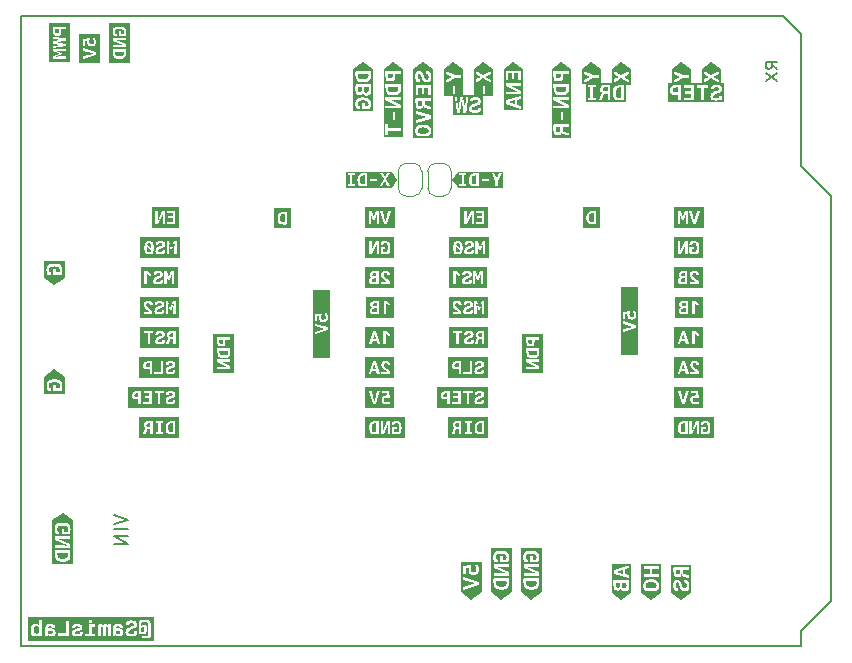
<source format=gbr>
%TF.GenerationSoftware,KiCad,Pcbnew,(6.0.9)*%
%TF.CreationDate,2024-05-17T13:17:35+09:00*%
%TF.ProjectId,DrawingBot-shield,44726177-696e-4674-926f-742d73686965,rev?*%
%TF.SameCoordinates,PX280b770PYa6e49c0*%
%TF.FileFunction,Legend,Bot*%
%TF.FilePolarity,Positive*%
%FSLAX46Y46*%
G04 Gerber Fmt 4.6, Leading zero omitted, Abs format (unit mm)*
G04 Created by KiCad (PCBNEW (6.0.9)) date 2024-05-17 13:17:35*
%MOMM*%
%LPD*%
G01*
G04 APERTURE LIST*
%ADD10C,0.200000*%
%ADD11C,0.150000*%
%ADD12C,0.120000*%
G04 APERTURE END LIST*
D10*
X7822857Y11114286D02*
X9022857Y10714286D01*
X7822857Y10314286D01*
X9022857Y9914286D02*
X7822857Y9914286D01*
X9022857Y9342858D02*
X7822857Y9342858D01*
X9022857Y8657143D01*
X7822857Y8657143D01*
D11*
%TO.C,A1*%
X64022261Y48866667D02*
X63546071Y49200000D01*
X64022261Y49438096D02*
X63022261Y49438096D01*
X63022261Y49057143D01*
X63069881Y48961905D01*
X63117500Y48914286D01*
X63212738Y48866667D01*
X63355595Y48866667D01*
X63450833Y48914286D01*
X63498452Y48961905D01*
X63546071Y49057143D01*
X63546071Y49438096D01*
X63022261Y48533334D02*
X64022261Y47866667D01*
X63022261Y47866667D02*
X64022261Y48533334D01*
%TO.C,kibuzzard-65E6A498*%
G36*
X38099881Y3952267D02*
G01*
X37207388Y4547262D01*
X37207388Y4785388D01*
X37445513Y4785388D01*
X38740914Y5170197D01*
X38740914Y5469283D01*
X37445513Y5854093D01*
X37445513Y5606443D01*
X38455163Y5324503D01*
X38455163Y5314978D01*
X37445513Y5033037D01*
X37445513Y4785388D01*
X37207388Y4785388D01*
X37207388Y6088408D01*
X37445513Y6088408D01*
X37647444Y6088408D01*
X37651254Y6610378D01*
X37887473Y6629428D01*
X37883663Y6545608D01*
X37891283Y6425593D01*
X37915334Y6292957D01*
X37953196Y6192230D01*
X38007489Y6119364D01*
X38080831Y6070310D01*
X38177272Y6042449D01*
X38300859Y6033163D01*
X38453973Y6045307D01*
X38570416Y6081740D01*
X38654712Y6145796D01*
X38711386Y6240808D01*
X38743533Y6371300D01*
X38754249Y6541798D01*
X38749962Y6648001D01*
X38737104Y6738013D01*
X38713291Y6822309D01*
X38676144Y6911368D01*
X38438019Y6911368D01*
X38489930Y6799211D01*
X38523744Y6706580D01*
X38542317Y6622998D01*
X38548509Y6537988D01*
X38534459Y6410353D01*
X38492311Y6328438D01*
X38414920Y6284146D01*
X38295144Y6269383D01*
X38209657Y6279622D01*
X38151316Y6310340D01*
X38115359Y6366299D01*
X38097024Y6452263D01*
X38091308Y6555133D01*
X38094695Y6641069D01*
X38104855Y6749019D01*
X38121788Y6878983D01*
X37445513Y6821833D01*
X37445513Y6088408D01*
X37207388Y6088408D01*
X37207388Y7149493D01*
X38992374Y7149493D01*
X38992374Y4547263D01*
X38099881Y3952267D01*
G37*
%TO.C,kibuzzard-65E6A4A7*%
G36*
X40639881Y3952267D02*
G01*
X39735958Y4554883D01*
X39735958Y5541672D01*
X39985513Y5541672D01*
X39987895Y5438802D01*
X39995038Y5347362D01*
X40014088Y5213483D01*
X40043298Y5101406D01*
X40082668Y5011130D01*
X40166250Y4909451D01*
X40283646Y4842537D01*
X40384928Y4815021D01*
X40509706Y4798511D01*
X40657978Y4793008D01*
X40813024Y4799357D01*
X40942882Y4818408D01*
X41047551Y4850157D01*
X41165899Y4926834D01*
X41244718Y5042562D01*
X41277527Y5145221D01*
X41297212Y5272856D01*
X41303773Y5425467D01*
X41302080Y5525586D01*
X41297000Y5637981D01*
X41288534Y5762652D01*
X39993133Y5762652D01*
X39987418Y5646447D01*
X39985513Y5541672D01*
X39735958Y5541672D01*
X39735958Y5949342D01*
X39993133Y5949342D01*
X41288534Y5949342D01*
X41288534Y6246523D01*
X40273168Y6711342D01*
X40273168Y6717058D01*
X40543678Y6690387D01*
X41288534Y6690387D01*
X41288534Y6924703D01*
X39993133Y6924703D01*
X39993133Y6627523D01*
X41008499Y6162702D01*
X41008499Y6156987D01*
X40737988Y6183657D01*
X39993133Y6183657D01*
X39993133Y5949342D01*
X39735958Y5949342D01*
X39735958Y7564783D01*
X39974083Y7564783D01*
X39982656Y7407144D01*
X40008373Y7288558D01*
X40054093Y7203071D01*
X40122673Y7144730D01*
X40219828Y7109249D01*
X40351273Y7092343D01*
X40351273Y7328563D01*
X40249356Y7357138D01*
X40198873Y7428575D01*
X40183633Y7562878D01*
X40194111Y7655746D01*
X40225543Y7724803D01*
X40281741Y7773618D01*
X40366513Y7805765D01*
X40486052Y7823624D01*
X40646548Y7829578D01*
X40803473Y7822910D01*
X40919916Y7802908D01*
X41002069Y7767427D01*
X41056123Y7714325D01*
X41086127Y7639316D01*
X41096129Y7538113D01*
X41087556Y7420955D01*
X41058028Y7326658D01*
X40766563Y7326658D01*
X40766563Y7595263D01*
X40558918Y7595263D01*
X40558918Y7096153D01*
X41204713Y7096153D01*
X41254243Y7214739D01*
X41284724Y7315228D01*
X41300440Y7415240D01*
X41305679Y7532398D01*
X41299011Y7662573D01*
X41279008Y7771158D01*
X41245671Y7858153D01*
X41165185Y7956022D01*
X41043741Y8021030D01*
X40935897Y8048018D01*
X40801594Y8064210D01*
X40640833Y8069608D01*
X40479014Y8064528D01*
X40344077Y8049288D01*
X40236021Y8023888D01*
X40114577Y7962689D01*
X40034091Y7870535D01*
X40000753Y7788726D01*
X39980751Y7686808D01*
X39974083Y7564783D01*
X39735958Y7564783D01*
X39735958Y8307733D01*
X41543804Y8307733D01*
X41543804Y4554883D01*
X40639881Y3952267D01*
G37*
G36*
X41094223Y5368317D02*
G01*
X41078031Y5253541D01*
X41044693Y5168292D01*
X40989687Y5108047D01*
X40908486Y5068280D01*
X40795377Y5046134D01*
X40644643Y5038752D01*
X40502007Y5045896D01*
X40394136Y5067327D01*
X40315555Y5105666D01*
X40260786Y5163530D01*
X40225305Y5245207D01*
X40204588Y5354983D01*
X40197445Y5444517D01*
X40195063Y5518812D01*
X41088508Y5518812D01*
X41094223Y5368317D01*
G37*
%TO.C,kibuzzard-65E6A4BF*%
G36*
X43179881Y3952267D02*
G01*
X42275958Y4554883D01*
X42275958Y5541672D01*
X42525513Y5541672D01*
X42527895Y5438802D01*
X42535038Y5347362D01*
X42554088Y5213483D01*
X42583298Y5101406D01*
X42622668Y5011130D01*
X42706250Y4909451D01*
X42823646Y4842537D01*
X42924928Y4815021D01*
X43049706Y4798511D01*
X43197978Y4793008D01*
X43353024Y4799357D01*
X43482882Y4818408D01*
X43587551Y4850157D01*
X43705899Y4926834D01*
X43784718Y5042562D01*
X43817527Y5145221D01*
X43837212Y5272856D01*
X43843773Y5425467D01*
X43842080Y5525586D01*
X43837000Y5637981D01*
X43828534Y5762652D01*
X42533133Y5762652D01*
X42527418Y5646447D01*
X42525513Y5541672D01*
X42275958Y5541672D01*
X42275958Y5949342D01*
X42533133Y5949342D01*
X43828534Y5949342D01*
X43828534Y6246523D01*
X42813168Y6711342D01*
X42813168Y6717058D01*
X43083678Y6690387D01*
X43828534Y6690387D01*
X43828534Y6924703D01*
X42533133Y6924703D01*
X42533133Y6627523D01*
X43548499Y6162702D01*
X43548499Y6156987D01*
X43277988Y6183657D01*
X42533133Y6183657D01*
X42533133Y5949342D01*
X42275958Y5949342D01*
X42275958Y7564783D01*
X42514083Y7564783D01*
X42522656Y7407144D01*
X42548373Y7288558D01*
X42594093Y7203071D01*
X42662673Y7144730D01*
X42759828Y7109249D01*
X42891273Y7092343D01*
X42891273Y7328563D01*
X42789356Y7357138D01*
X42738873Y7428575D01*
X42723633Y7562878D01*
X42734111Y7655746D01*
X42765543Y7724803D01*
X42821741Y7773618D01*
X42906513Y7805765D01*
X43026052Y7823624D01*
X43186548Y7829578D01*
X43343473Y7822910D01*
X43459916Y7802908D01*
X43542069Y7767427D01*
X43596123Y7714325D01*
X43626127Y7639316D01*
X43636129Y7538113D01*
X43627556Y7420955D01*
X43598028Y7326658D01*
X43306563Y7326658D01*
X43306563Y7595263D01*
X43098918Y7595263D01*
X43098918Y7096153D01*
X43744713Y7096153D01*
X43794243Y7214739D01*
X43824724Y7315228D01*
X43840440Y7415240D01*
X43845679Y7532398D01*
X43839011Y7662573D01*
X43819008Y7771158D01*
X43785671Y7858153D01*
X43705185Y7956022D01*
X43583741Y8021030D01*
X43475897Y8048018D01*
X43341594Y8064210D01*
X43180833Y8069608D01*
X43019014Y8064528D01*
X42884077Y8049288D01*
X42776021Y8023888D01*
X42654577Y7962689D01*
X42574091Y7870535D01*
X42540753Y7788726D01*
X42520751Y7686808D01*
X42514083Y7564783D01*
X42275958Y7564783D01*
X42275958Y8307733D01*
X44083804Y8307733D01*
X44083804Y4554883D01*
X43179881Y3952267D01*
G37*
G36*
X43634223Y5368317D02*
G01*
X43618031Y5253541D01*
X43584693Y5168292D01*
X43529687Y5108047D01*
X43448486Y5068280D01*
X43335377Y5046134D01*
X43184643Y5038752D01*
X43042007Y5045896D01*
X42934136Y5067327D01*
X42855555Y5105666D01*
X42800786Y5163530D01*
X42765305Y5245207D01*
X42744588Y5354983D01*
X42737445Y5444517D01*
X42735063Y5518812D01*
X43628508Y5518812D01*
X43634223Y5368317D01*
G37*
%TO.C,kibuzzard-6646C4C5*%
G36*
X2367140Y49425452D02*
G01*
X2367140Y49756181D01*
X2702631Y49756181D01*
X3782131Y49756181D01*
X3782131Y49943506D01*
X3236031Y49943506D01*
X2955044Y49924456D01*
X2955044Y49930806D01*
X3421769Y50097494D01*
X3421769Y50257832D01*
X2955044Y50424519D01*
X2955044Y50430869D01*
X3236031Y50411819D01*
X3782131Y50411819D01*
X3782131Y50599144D01*
X2702631Y50599144D01*
X2702631Y50359431D01*
X3220156Y50186394D01*
X3220156Y50168931D01*
X2702631Y49992719D01*
X2702631Y49756181D01*
X2367140Y49756181D01*
X2367140Y50665819D01*
X2702631Y50665819D01*
X3782131Y50794406D01*
X3782131Y51005544D01*
X2842331Y51127781D01*
X2842331Y51134131D01*
X3782131Y51257956D01*
X3782131Y51467506D01*
X2702631Y51596094D01*
X2702631Y51421469D01*
X3551944Y51359556D01*
X3551944Y51357969D01*
X3355094Y51346857D01*
X2702631Y51245256D01*
X2702631Y51016656D01*
X3355094Y50918231D01*
X3551944Y50905531D01*
X3551944Y50903944D01*
X2702631Y50840444D01*
X2702631Y50665819D01*
X2367140Y50665819D01*
X2367140Y52191407D01*
X2697869Y52191407D01*
X2701308Y52068199D01*
X2711627Y51965276D01*
X2728825Y51882638D01*
X2770695Y51789769D01*
X2834394Y51728650D01*
X2924484Y51694717D01*
X3045531Y51683406D01*
X3164991Y51693130D01*
X3253494Y51722300D01*
X3316002Y51774886D01*
X3357475Y51854856D01*
X3374673Y51925941D01*
X3384992Y52014312D01*
X3388431Y52119969D01*
X3388431Y52235857D01*
X3782131Y52235857D01*
X3782131Y52439056D01*
X2702631Y52439056D01*
X2697869Y52191407D01*
X2367140Y52191407D01*
X2367140Y52769786D01*
X4112860Y52769786D01*
X4112860Y49425452D01*
X2367140Y49425452D01*
G37*
G36*
X3212219Y52135844D02*
G01*
X3208250Y52048531D01*
X3196344Y51983444D01*
X3143956Y51907244D01*
X3039181Y51885019D01*
X2939169Y51910419D01*
X2889162Y51995350D01*
X2877852Y52067383D01*
X2874081Y52164419D01*
X2874081Y52235857D01*
X3212219Y52235857D01*
X3212219Y52135844D01*
G37*
%TO.C,kibuzzard-65E68EEA*%
G36*
X4903965Y49404021D02*
G01*
X4903965Y49734750D01*
X5234694Y49734750D01*
X6314194Y50055425D01*
X6314194Y50304662D01*
X5234694Y50625337D01*
X5234694Y50418962D01*
X6076069Y50184013D01*
X6076069Y50176075D01*
X5234694Y49941125D01*
X5234694Y49734750D01*
X4903965Y49734750D01*
X4903965Y50820600D01*
X5234694Y50820600D01*
X5402969Y50820600D01*
X5406144Y51255575D01*
X5602994Y51271450D01*
X5599819Y51201600D01*
X5606169Y51101587D01*
X5626211Y50991058D01*
X5657763Y50907119D01*
X5703006Y50846397D01*
X5764125Y50805519D01*
X5844492Y50782302D01*
X5947481Y50774562D01*
X6075077Y50784683D01*
X6172113Y50815044D01*
X6242359Y50868423D01*
X6289588Y50947600D01*
X6316377Y51056344D01*
X6325306Y51198425D01*
X6321734Y51286928D01*
X6311019Y51361937D01*
X6291175Y51432184D01*
X6260219Y51506400D01*
X6061781Y51506400D01*
X6105041Y51412936D01*
X6133219Y51335744D01*
X6148697Y51266092D01*
X6153856Y51195250D01*
X6142148Y51088887D01*
X6107025Y51020625D01*
X6042533Y50983716D01*
X5942719Y50971412D01*
X5871480Y50979945D01*
X5822862Y51005544D01*
X5792898Y51052177D01*
X5777619Y51123812D01*
X5772856Y51209538D01*
X5775678Y51281151D01*
X5784145Y51371110D01*
X5798256Y51479412D01*
X5234694Y51431788D01*
X5234694Y50820600D01*
X4903965Y50820600D01*
X4903965Y51837129D01*
X6656035Y51837129D01*
X6656035Y49404021D01*
X4903965Y49404021D01*
G37*
%TO.C,kibuzzard-65E68EF2*%
G36*
X7434440Y49404021D02*
G01*
X7434440Y50358637D01*
X7774694Y50358637D01*
X7776678Y50272912D01*
X7782631Y50196712D01*
X7798506Y50085147D01*
X7822848Y49991749D01*
X7855656Y49916519D01*
X7925308Y49831786D01*
X8023137Y49776025D01*
X8107540Y49753094D01*
X8211521Y49739336D01*
X8335081Y49734750D01*
X8464286Y49740042D01*
X8572501Y49755917D01*
X8659725Y49782375D01*
X8758348Y49846272D01*
X8824031Y49942712D01*
X8851372Y50028261D01*
X8867776Y50134624D01*
X8873244Y50261800D01*
X8871833Y50345232D01*
X8867599Y50438894D01*
X8860544Y50542787D01*
X7781044Y50542787D01*
X7776281Y50445950D01*
X7774694Y50358637D01*
X7434440Y50358637D01*
X7434440Y50698363D01*
X7781044Y50698363D01*
X8860544Y50698363D01*
X8860544Y50946013D01*
X8014406Y51333362D01*
X8014406Y51338125D01*
X8239831Y51315900D01*
X8860544Y51315900D01*
X8860544Y51511163D01*
X7781044Y51511163D01*
X7781044Y51263513D01*
X8627181Y50876162D01*
X8627181Y50871400D01*
X8401756Y50893625D01*
X7781044Y50893625D01*
X7781044Y50698363D01*
X7434440Y50698363D01*
X7434440Y52044563D01*
X7765169Y52044563D01*
X7772312Y51913197D01*
X7793744Y51814375D01*
X7831844Y51743136D01*
X7888994Y51694519D01*
X7969956Y51664952D01*
X8079494Y51650863D01*
X8079494Y51847713D01*
X7994562Y51871525D01*
X7952494Y51931056D01*
X7939794Y52042975D01*
X7948525Y52120366D01*
X7974719Y52177913D01*
X8021550Y52218592D01*
X8092194Y52245381D01*
X8191809Y52260264D01*
X8325556Y52265225D01*
X8456327Y52259669D01*
X8553363Y52243000D01*
X8621823Y52213433D01*
X8666869Y52169181D01*
X8691872Y52106673D01*
X8700206Y52022338D01*
X8693062Y51924706D01*
X8668456Y51846125D01*
X8425569Y51846125D01*
X8425569Y52069963D01*
X8252531Y52069963D01*
X8252531Y51654038D01*
X8790694Y51654038D01*
X8831969Y51752859D01*
X8857369Y51836600D01*
X8870466Y51919944D01*
X8874831Y52017575D01*
X8869275Y52126054D01*
X8852606Y52216542D01*
X8824825Y52289038D01*
X8757753Y52370595D01*
X8656550Y52424769D01*
X8566680Y52447258D01*
X8454761Y52460752D01*
X8320794Y52465250D01*
X8185944Y52461017D01*
X8073497Y52448317D01*
X7983450Y52427150D01*
X7882247Y52376152D01*
X7815175Y52299356D01*
X7787394Y52231182D01*
X7770725Y52146251D01*
X7765169Y52044563D01*
X7434440Y52044563D01*
X7434440Y52795979D01*
X9205560Y52795979D01*
X9205560Y49404021D01*
X7434440Y49404021D01*
G37*
G36*
X8698619Y50214175D02*
G01*
X8685125Y50118528D01*
X8657344Y50047487D01*
X8611505Y49997283D01*
X8543837Y49964144D01*
X8449580Y49945689D01*
X8323969Y49939537D01*
X8205105Y49945491D01*
X8115212Y49963350D01*
X8049728Y49995298D01*
X8004087Y50043519D01*
X7974520Y50111583D01*
X7957256Y50203062D01*
X7951303Y50277675D01*
X7949319Y50339588D01*
X8693856Y50339588D01*
X8698619Y50214175D01*
G37*
%TO.C,kibuzzard-6646C366*%
G36*
X27505851Y40181567D02*
G01*
X31359772Y40181567D01*
X31814149Y39500000D01*
X31359772Y38818433D01*
X27505851Y38818433D01*
X27505851Y38963425D01*
X27638142Y38963425D01*
X28233455Y38963425D01*
X28233455Y39139638D01*
X28035017Y39139638D01*
X28035017Y39488887D01*
X28469992Y39488887D01*
X28475284Y39359683D01*
X28491159Y39251468D01*
X28517617Y39164244D01*
X28581514Y39065620D01*
X28677955Y38999937D01*
X28763503Y38972597D01*
X28869866Y38956193D01*
X28997042Y38950725D01*
X29080474Y38952136D01*
X29174137Y38956369D01*
X29278030Y38963425D01*
X30359117Y38963425D01*
X30584542Y38963425D01*
X30790917Y39344425D01*
X30795680Y39344425D01*
X31002055Y38963425D01*
X31227480Y38963425D01*
X30903630Y39526987D01*
X31211605Y40046100D01*
X30989355Y40046100D01*
X30795680Y39690500D01*
X30790917Y39690500D01*
X30600417Y40046100D01*
X30374992Y40046100D01*
X30682967Y39526987D01*
X30359117Y38963425D01*
X29278030Y38963425D01*
X29278030Y39349188D01*
X29538380Y39349188D01*
X30141630Y39349188D01*
X30141630Y39523812D01*
X29538380Y39523812D01*
X29538380Y39349188D01*
X29278030Y39349188D01*
X29278030Y40042925D01*
X29181192Y40047688D01*
X29093880Y40049275D01*
X29008155Y40047291D01*
X28931955Y40041337D01*
X28820389Y40025463D01*
X28726991Y40001121D01*
X28651761Y39968313D01*
X28567028Y39898661D01*
X28511267Y39800831D01*
X28488337Y39716429D01*
X28474578Y39612448D01*
X28469992Y39488887D01*
X28035017Y39488887D01*
X28035017Y39866713D01*
X28222342Y39866713D01*
X28222342Y40042925D01*
X27649255Y40042925D01*
X27649255Y39866713D01*
X27836580Y39866713D01*
X27836580Y39139638D01*
X27638142Y39139638D01*
X27638142Y38963425D01*
X27505851Y38963425D01*
X27505851Y40181567D01*
G37*
G36*
X29074830Y39130112D02*
G01*
X28949417Y39125350D01*
X28853770Y39138844D01*
X28782730Y39166625D01*
X28732525Y39212464D01*
X28699386Y39280131D01*
X28680931Y39374389D01*
X28674780Y39500000D01*
X28680733Y39618864D01*
X28698592Y39708756D01*
X28730541Y39774241D01*
X28778761Y39819881D01*
X28846825Y39849448D01*
X28938305Y39866713D01*
X29012917Y39872666D01*
X29074830Y39874650D01*
X29074830Y39130112D01*
G37*
%TO.C,kibuzzard-6646BEC2*%
G36*
X36511407Y39500000D02*
G01*
X36965785Y40181567D01*
X40808593Y40181567D01*
X40808593Y38818433D01*
X36965785Y38818433D01*
X36869124Y38963425D01*
X37098076Y38963425D01*
X37693389Y38963425D01*
X37693389Y39139638D01*
X37494951Y39139638D01*
X37494951Y39488887D01*
X37929926Y39488887D01*
X37935218Y39359683D01*
X37951093Y39251468D01*
X37977551Y39164244D01*
X38041448Y39065620D01*
X38137889Y38999937D01*
X38223437Y38972597D01*
X38329800Y38956193D01*
X38456976Y38950725D01*
X38540408Y38952136D01*
X38634071Y38956369D01*
X38737964Y38963425D01*
X38737964Y39349188D01*
X38998314Y39349188D01*
X39601564Y39349188D01*
X39601564Y39523812D01*
X38998314Y39523812D01*
X38998314Y39349188D01*
X38737964Y39349188D01*
X38737964Y40042925D01*
X38673412Y40046100D01*
X39826989Y40046100D01*
X40150839Y39403162D01*
X40150839Y38963425D01*
X40354039Y38963425D01*
X40354039Y39403162D01*
X40676301Y40046100D01*
X40457226Y40046100D01*
X40255614Y39603188D01*
X40247676Y39603188D01*
X40044476Y40046100D01*
X39826989Y40046100D01*
X38673412Y40046100D01*
X38641126Y40047688D01*
X38553814Y40049275D01*
X38468089Y40047291D01*
X38391889Y40041337D01*
X38280323Y40025463D01*
X38186925Y40001121D01*
X38111695Y39968313D01*
X38026962Y39898661D01*
X37971201Y39800831D01*
X37948271Y39716429D01*
X37934513Y39612448D01*
X37929926Y39488887D01*
X37494951Y39488887D01*
X37494951Y39866713D01*
X37682276Y39866713D01*
X37682276Y40042925D01*
X37109189Y40042925D01*
X37109189Y39866713D01*
X37296514Y39866713D01*
X37296514Y39139638D01*
X37098076Y39139638D01*
X37098076Y38963425D01*
X36869124Y38963425D01*
X36511407Y39500000D01*
G37*
G36*
X38534764Y39130112D02*
G01*
X38409351Y39125350D01*
X38313705Y39138844D01*
X38242664Y39166625D01*
X38192459Y39212464D01*
X38159320Y39280131D01*
X38140865Y39374389D01*
X38134714Y39500000D01*
X38140667Y39618864D01*
X38158526Y39708756D01*
X38190475Y39774241D01*
X38238695Y39819881D01*
X38306759Y39849448D01*
X38398239Y39866713D01*
X38472851Y39872666D01*
X38534764Y39874650D01*
X38534764Y39130112D01*
G37*
%TO.C,kibuzzard-6646A0B8*%
G36*
X50766256Y24629800D02*
G01*
X50766256Y26614175D01*
X50964694Y26614175D01*
X52044194Y26934850D01*
X52044194Y27184087D01*
X50964694Y27504762D01*
X50964694Y27298387D01*
X51806069Y27063437D01*
X51806069Y27055500D01*
X50964694Y26820550D01*
X50964694Y26614175D01*
X50766256Y26614175D01*
X50766256Y27700025D01*
X50964694Y27700025D01*
X51132969Y27700025D01*
X51136144Y28135000D01*
X51332994Y28150875D01*
X51329819Y28081025D01*
X51336169Y27981012D01*
X51356211Y27870483D01*
X51387763Y27786544D01*
X51433006Y27725822D01*
X51494125Y27684944D01*
X51574492Y27661727D01*
X51677481Y27653987D01*
X51805077Y27664108D01*
X51902113Y27694469D01*
X51972359Y27747848D01*
X52019588Y27827025D01*
X52046377Y27935769D01*
X52055306Y28077850D01*
X52051734Y28166353D01*
X52041019Y28241362D01*
X52021175Y28311609D01*
X51990219Y28385825D01*
X51791781Y28385825D01*
X51835041Y28292361D01*
X51863219Y28215169D01*
X51878697Y28145517D01*
X51883856Y28074675D01*
X51872148Y27968312D01*
X51837025Y27900050D01*
X51772533Y27863141D01*
X51672719Y27850837D01*
X51601480Y27859370D01*
X51552862Y27884969D01*
X51522898Y27931602D01*
X51507619Y28003237D01*
X51502856Y28088962D01*
X51505678Y28160576D01*
X51514145Y28250535D01*
X51528256Y28358837D01*
X50964694Y28311212D01*
X50964694Y27700025D01*
X50766256Y27700025D01*
X50766256Y30370200D01*
X52253744Y30370200D01*
X52253744Y24629800D01*
X50766256Y24629800D01*
G37*
G36*
X24666256Y24429800D02*
G01*
X24666256Y26414175D01*
X24864694Y26414175D01*
X25944194Y26734850D01*
X25944194Y26984087D01*
X24864694Y27304762D01*
X24864694Y27098387D01*
X25706069Y26863437D01*
X25706069Y26855500D01*
X24864694Y26620550D01*
X24864694Y26414175D01*
X24666256Y26414175D01*
X24666256Y27500025D01*
X24864694Y27500025D01*
X25032969Y27500025D01*
X25036144Y27935000D01*
X25232994Y27950875D01*
X25229819Y27881025D01*
X25236169Y27781012D01*
X25256211Y27670483D01*
X25287763Y27586544D01*
X25333006Y27525822D01*
X25394125Y27484944D01*
X25474492Y27461727D01*
X25577481Y27453987D01*
X25705077Y27464108D01*
X25802113Y27494469D01*
X25872359Y27547848D01*
X25919588Y27627025D01*
X25946377Y27735769D01*
X25955306Y27877850D01*
X25951734Y27966353D01*
X25941019Y28041362D01*
X25921175Y28111609D01*
X25890219Y28185825D01*
X25691781Y28185825D01*
X25735041Y28092361D01*
X25763219Y28015169D01*
X25778697Y27945517D01*
X25783856Y27874675D01*
X25772148Y27768312D01*
X25737025Y27700050D01*
X25672533Y27663141D01*
X25572719Y27650837D01*
X25501480Y27659370D01*
X25452862Y27684969D01*
X25422898Y27731602D01*
X25407619Y27803237D01*
X25402856Y27888962D01*
X25405678Y27960576D01*
X25414145Y28050535D01*
X25428256Y28158837D01*
X24864694Y28111212D01*
X24864694Y27500025D01*
X24666256Y27500025D01*
X24666256Y30170200D01*
X26153744Y30170200D01*
X26153744Y24429800D01*
X24666256Y24429800D01*
G37*
%TO.C,kibuzzard-6646A056*%
G36*
X48460819Y35930112D02*
G01*
X48335406Y35925350D01*
X48239759Y35938844D01*
X48168719Y35966625D01*
X48118514Y36012464D01*
X48085375Y36080131D01*
X48066920Y36174389D01*
X48060769Y36300000D01*
X48066722Y36418864D01*
X48084581Y36508756D01*
X48116530Y36574241D01*
X48164750Y36619881D01*
X48232814Y36649448D01*
X48324294Y36666713D01*
X48398906Y36672666D01*
X48460819Y36674650D01*
X48460819Y35930112D01*
G37*
G36*
X47525252Y37180004D02*
G01*
X48994748Y37180004D01*
X48994748Y35419996D01*
X47525252Y35419996D01*
X47525252Y36288887D01*
X47855981Y36288887D01*
X47861273Y36159683D01*
X47877148Y36051468D01*
X47903606Y35964244D01*
X47967503Y35865620D01*
X48063944Y35799937D01*
X48149492Y35772597D01*
X48255855Y35756193D01*
X48383031Y35750725D01*
X48466463Y35752136D01*
X48560126Y35756369D01*
X48664019Y35763425D01*
X48664019Y36842925D01*
X48567181Y36847688D01*
X48479869Y36849275D01*
X48394144Y36847291D01*
X48317944Y36841337D01*
X48206378Y36825463D01*
X48112980Y36801121D01*
X48037750Y36768313D01*
X47953017Y36698661D01*
X47897256Y36600831D01*
X47874326Y36516429D01*
X47860567Y36412448D01*
X47855981Y36288887D01*
X47525252Y36288887D01*
X47525252Y37180004D01*
G37*
G36*
X21375252Y37130004D02*
G01*
X22844748Y37130004D01*
X22844748Y35369996D01*
X21375252Y35369996D01*
X21375252Y36238887D01*
X21705981Y36238887D01*
X21711273Y36109683D01*
X21727148Y36001468D01*
X21753606Y35914244D01*
X21817503Y35815620D01*
X21913944Y35749937D01*
X21999492Y35722597D01*
X22105855Y35706193D01*
X22233031Y35700725D01*
X22316463Y35702136D01*
X22410126Y35706369D01*
X22514019Y35713425D01*
X22514019Y36792925D01*
X22417181Y36797688D01*
X22329869Y36799275D01*
X22244144Y36797291D01*
X22167944Y36791337D01*
X22056378Y36775463D01*
X21962980Y36751121D01*
X21887750Y36718313D01*
X21803017Y36648661D01*
X21747256Y36550831D01*
X21724326Y36466429D01*
X21710567Y36362448D01*
X21705981Y36238887D01*
X21375252Y36238887D01*
X21375252Y37130004D01*
G37*
G36*
X22310819Y35880112D02*
G01*
X22185406Y35875350D01*
X22089759Y35888844D01*
X22018719Y35916625D01*
X21968514Y35962464D01*
X21935375Y36030131D01*
X21916920Y36124389D01*
X21910769Y36250000D01*
X21916722Y36368864D01*
X21934581Y36458756D01*
X21966530Y36524241D01*
X22014750Y36569881D01*
X22082814Y36599448D01*
X22174294Y36616713D01*
X22248906Y36622666D01*
X22310819Y36624650D01*
X22310819Y35880112D01*
G37*
D12*
%TO.C,JP2*%
X35710000Y38100000D02*
G75*
G03*
X36410000Y38800000I0J700000D01*
G01*
X34410000Y38800000D02*
G75*
G03*
X35110000Y38100000I700000J0D01*
G01*
X35110000Y40900000D02*
G75*
G03*
X34410000Y40200000I-1J-699999D01*
G01*
X36410000Y40200000D02*
G75*
G03*
X35710000Y40900000I-699999J1D01*
G01*
X36410000Y38800000D02*
X36410000Y40200000D01*
X35110000Y38100000D02*
X35710000Y38100000D01*
X35710000Y40900000D02*
X35110000Y40900000D01*
X34410000Y40200000D02*
X34410000Y38800000D01*
D11*
%TO.C,A1*%
X-119Y53330000D02*
X64515881Y53330000D01*
X-119Y-10000D02*
X66039881Y-10000D01*
X66039881Y-10000D02*
X66039881Y1260000D01*
X68579881Y3800000D02*
X68579881Y38090000D01*
X66039881Y1260000D02*
X68579881Y3800000D01*
X64515881Y53330000D02*
X66039881Y51806000D01*
X-119Y53330000D02*
X-119Y-10000D01*
X66039881Y40630000D02*
X66039881Y51806000D01*
X68579881Y38090000D02*
X66039881Y40630000D01*
D12*
%TO.C,JP1*%
X33910000Y40200000D02*
G75*
G03*
X33210000Y40900000I-699999J1D01*
G01*
X33210000Y38100000D02*
G75*
G03*
X33910000Y38800000I0J700000D01*
G01*
X31910000Y38800000D02*
G75*
G03*
X32610000Y38100000I700000J0D01*
G01*
X32610000Y40900000D02*
G75*
G03*
X31910000Y40200000I-1J-699999D01*
G01*
X32610000Y38100000D02*
X33210000Y38100000D01*
X31910000Y40200000D02*
X31910000Y38800000D01*
X33910000Y38800000D02*
X33910000Y40200000D01*
X33210000Y40900000D02*
X32610000Y40900000D01*
%TO.C,kibuzzard-65E69043*%
G36*
X9931937Y21079369D02*
G01*
X9831925Y21079369D01*
X9744612Y21083338D01*
X9679525Y21095244D01*
X9603325Y21147631D01*
X9581100Y21252406D01*
X9606500Y21352419D01*
X9691431Y21402425D01*
X9763464Y21413736D01*
X9860500Y21417506D01*
X9931937Y21417506D01*
X9931937Y21079369D01*
G37*
G36*
X9048758Y21935560D02*
G01*
X13382104Y21935560D01*
X13382104Y20164440D01*
X9048758Y20164440D01*
X9048758Y21246056D01*
X9379487Y21246056D01*
X9389211Y21126597D01*
X9418381Y21038094D01*
X9470967Y20975586D01*
X9550937Y20934113D01*
X9622022Y20916915D01*
X9710393Y20906596D01*
X9816050Y20903156D01*
X9931937Y20903156D01*
X9931937Y20509456D01*
X10135137Y20509456D01*
X10354212Y20509456D01*
X11055887Y20509456D01*
X11055887Y21407981D01*
X11294012Y21407981D01*
X11582937Y21407981D01*
X11582937Y20509456D01*
X11786137Y20509456D01*
X11786137Y20798381D01*
X12227462Y20798381D01*
X12236590Y20692813D01*
X12263975Y20614231D01*
X12312989Y20558669D01*
X12387006Y20522156D01*
X12491979Y20501916D01*
X12633862Y20495169D01*
X12780111Y20502709D01*
X12888656Y20525331D01*
X12965054Y20566209D01*
X13014862Y20628519D01*
X13041056Y20716625D01*
X13046612Y20834894D01*
X12848175Y20834894D01*
X12822775Y20732500D01*
X12755306Y20682494D01*
X12698354Y20671778D01*
X12621162Y20668206D01*
X12502894Y20679319D01*
X12443362Y20718212D01*
X12425900Y20796794D01*
X12451300Y20877756D01*
X12534644Y20938875D01*
X12604692Y20967648D01*
X12698950Y20998406D01*
X12817020Y21038292D01*
X12904531Y21078575D01*
X12966245Y21122827D01*
X13006925Y21174619D01*
X13029547Y21237722D01*
X13037087Y21315906D01*
X13028158Y21415919D01*
X13001369Y21490531D01*
X12953347Y21543514D01*
X12880719Y21578638D01*
X12778126Y21598283D01*
X12640212Y21604831D01*
X12505076Y21598084D01*
X12404469Y21577844D01*
X12332833Y21541331D01*
X12284612Y21485769D01*
X12257625Y21406791D01*
X12249687Y21300031D01*
X12451300Y21300031D01*
X12474319Y21380200D01*
X12533056Y21419888D01*
X12646562Y21431794D01*
X12763244Y21420681D01*
X12821187Y21384169D01*
X12838650Y21309556D01*
X12777531Y21227800D01*
X12692401Y21188708D01*
X12559250Y21142869D01*
X12443958Y21101197D01*
X12358431Y21058731D01*
X12297908Y21011305D01*
X12257625Y20954750D01*
X12235003Y20885098D01*
X12227462Y20798381D01*
X11786137Y20798381D01*
X11786137Y21407981D01*
X12075062Y21407981D01*
X12075062Y21588956D01*
X11294012Y21588956D01*
X11294012Y21407981D01*
X11055887Y21407981D01*
X11055887Y21588956D01*
X10385962Y21588956D01*
X10385962Y21414331D01*
X10852687Y21414331D01*
X10852687Y21157156D01*
X10449462Y21157156D01*
X10449462Y20982531D01*
X10852687Y20982531D01*
X10852687Y20684081D01*
X10354212Y20684081D01*
X10354212Y20509456D01*
X10135137Y20509456D01*
X10135137Y21588956D01*
X9887487Y21593719D01*
X9764280Y21590279D01*
X9661357Y21579960D01*
X9578718Y21562763D01*
X9485850Y21520892D01*
X9424731Y21457194D01*
X9390798Y21367103D01*
X9379487Y21246056D01*
X9048758Y21246056D01*
X9048758Y21935560D01*
G37*
%TO.C,kibuzzard-65E68F98*%
G36*
X36259114Y32095560D02*
G01*
X39444698Y32095560D01*
X39444698Y30324440D01*
X36259114Y30324440D01*
X36259114Y30669456D01*
X36589843Y30669456D01*
X36786693Y30669456D01*
X36786693Y30958381D01*
X37331206Y30958381D01*
X37340334Y30852813D01*
X37367718Y30774231D01*
X37416733Y30718669D01*
X37490750Y30682156D01*
X37595723Y30661916D01*
X37737606Y30655169D01*
X37883854Y30662709D01*
X37916228Y30669456D01*
X38271006Y30669456D01*
X38458331Y30669456D01*
X38458331Y31215556D01*
X38439281Y31496544D01*
X38445631Y31496544D01*
X38612318Y31029819D01*
X38772656Y31029819D01*
X38939343Y31496544D01*
X38945694Y31496544D01*
X38926644Y31215556D01*
X38926644Y30669456D01*
X39113968Y30669456D01*
X39113968Y31748956D01*
X38874256Y31748956D01*
X38701218Y31231431D01*
X38683756Y31231431D01*
X38507543Y31748956D01*
X38271006Y31748956D01*
X38271006Y30669456D01*
X37916228Y30669456D01*
X37992400Y30685331D01*
X38068798Y30726209D01*
X38118606Y30788519D01*
X38144800Y30876625D01*
X38150356Y30994894D01*
X37951918Y30994894D01*
X37926518Y30892500D01*
X37859050Y30842494D01*
X37802098Y30831778D01*
X37724906Y30828206D01*
X37606637Y30839319D01*
X37547106Y30878212D01*
X37529643Y30956794D01*
X37555043Y31037756D01*
X37638387Y31098875D01*
X37708436Y31127648D01*
X37802693Y31158406D01*
X37920764Y31198292D01*
X38008275Y31238575D01*
X38069989Y31282827D01*
X38110668Y31334619D01*
X38133290Y31397722D01*
X38140831Y31475906D01*
X38131901Y31575919D01*
X38105112Y31650531D01*
X38057090Y31703514D01*
X37984462Y31738638D01*
X37881870Y31758283D01*
X37743956Y31764831D01*
X37608820Y31758084D01*
X37508212Y31737844D01*
X37436576Y31701331D01*
X37388356Y31645769D01*
X37361368Y31566791D01*
X37353431Y31460031D01*
X37555043Y31460031D01*
X37578062Y31540200D01*
X37636800Y31579888D01*
X37750306Y31591794D01*
X37866987Y31580681D01*
X37924931Y31544169D01*
X37942393Y31469556D01*
X37881275Y31387800D01*
X37796145Y31348708D01*
X37662993Y31302869D01*
X37547701Y31261197D01*
X37462175Y31218731D01*
X37401651Y31171305D01*
X37361368Y31114750D01*
X37338747Y31045098D01*
X37331206Y30958381D01*
X36786693Y30958381D01*
X36786693Y31428281D01*
X36780343Y31526706D01*
X36842256Y31475906D01*
X37128006Y31299694D01*
X37128006Y31509244D01*
X36786693Y31748956D01*
X36589843Y31748956D01*
X36589843Y30669456D01*
X36259114Y30669456D01*
X36259114Y32095560D01*
G37*
%TO.C,kibuzzard-65E699B0*%
G36*
X55071526Y47559176D02*
G01*
X55071526Y47717926D01*
X55230276Y47717926D01*
X56001801Y48106546D01*
X56529486Y48106546D01*
X56529486Y48350386D01*
X56001801Y48350386D01*
X55230276Y48737101D01*
X55230276Y48474211D01*
X55761771Y48232276D01*
X55761771Y48222751D01*
X55230276Y47978911D01*
X55230276Y47717926D01*
X55071526Y47717926D01*
X55071526Y48895851D01*
X55879881Y49434754D01*
X56688236Y48895851D01*
X56688236Y47559176D01*
X55071526Y47559176D01*
G37*
%TO.C,kibuzzard-65E69079*%
G36*
X56249712Y28297731D02*
G01*
X56177878Y28295350D01*
X56111600Y28294556D01*
X56026073Y28297930D01*
X55963169Y28308050D01*
X55889350Y28354087D01*
X55867125Y28446956D01*
X55885381Y28542206D01*
X55945706Y28589037D01*
X56067150Y28602531D01*
X56249712Y28602531D01*
X56249712Y28297731D01*
G37*
G36*
X55333196Y29550798D02*
G01*
X57702804Y29550798D01*
X57702804Y27789202D01*
X55333196Y27789202D01*
X55333196Y28432669D01*
X55663925Y28432669D01*
X55674641Y28323131D01*
X55706787Y28242169D01*
X55764136Y28185217D01*
X55850456Y28147713D01*
X55927274Y28132278D01*
X56023317Y28123018D01*
X56138587Y28119931D01*
X56235249Y28121695D01*
X56338965Y28126987D01*
X56409857Y28132631D01*
X56833912Y28132631D01*
X57030762Y28132631D01*
X57030762Y28891456D01*
X57024412Y28989881D01*
X57086325Y28939081D01*
X57372075Y28762869D01*
X57372075Y28972419D01*
X57030762Y29212131D01*
X56833912Y29212131D01*
X56833912Y28132631D01*
X56409857Y28132631D01*
X56449737Y28135806D01*
X56449737Y29215306D01*
X56188315Y29219920D01*
X56076851Y29217070D01*
X55978956Y29208074D01*
X55900462Y29193081D01*
X55812158Y29156767D01*
X55753619Y29101800D01*
X55720877Y29024211D01*
X55709962Y28920031D01*
X55717702Y28828353D01*
X55740919Y28766044D01*
X55784377Y28725959D01*
X55852837Y28700956D01*
X55852837Y28691431D01*
X55737744Y28650156D01*
X55680594Y28570781D01*
X55668092Y28510853D01*
X55663925Y28432669D01*
X55333196Y28432669D01*
X55333196Y29550798D01*
G37*
G36*
X56249712Y28777156D02*
G01*
X56027462Y28777156D01*
X55934594Y28806525D01*
X55909987Y28905744D01*
X55942531Y29005756D01*
X55989561Y29029172D01*
X56065562Y29042269D01*
X56197325Y29047031D01*
X56249712Y29047031D01*
X56249712Y28777156D01*
G37*
%TO.C,kibuzzard-65E69903*%
G36*
X17524650Y24897313D02*
G01*
X17511156Y24801666D01*
X17483375Y24730625D01*
X17437536Y24680420D01*
X17369869Y24647281D01*
X17275611Y24628827D01*
X17150000Y24622675D01*
X17031136Y24628628D01*
X16941244Y24646487D01*
X16875759Y24678436D01*
X16830119Y24726656D01*
X16800552Y24794720D01*
X16783287Y24886200D01*
X16777334Y24960813D01*
X16775350Y25022725D01*
X17519888Y25022725D01*
X17524650Y24897313D01*
G37*
G36*
X17116663Y25840288D02*
G01*
X17112694Y25752975D01*
X17100788Y25687888D01*
X17048400Y25611688D01*
X16943625Y25589463D01*
X16843612Y25614863D01*
X16793606Y25699794D01*
X16782295Y25771827D01*
X16778525Y25868863D01*
X16778525Y25940300D01*
X17116663Y25940300D01*
X17116663Y25840288D01*
G37*
G36*
X16269996Y23145771D02*
G01*
X16269996Y23476500D01*
X16607075Y23476500D01*
X17686575Y23476500D01*
X17686575Y23724150D01*
X16840438Y24111500D01*
X16840438Y24116262D01*
X17065862Y24094038D01*
X17686575Y24094038D01*
X17686575Y24289300D01*
X16607075Y24289300D01*
X16607075Y24041650D01*
X17453213Y23654300D01*
X17453213Y23649538D01*
X17227788Y23671762D01*
X16607075Y23671762D01*
X16607075Y23476500D01*
X16269996Y23476500D01*
X16269996Y25041775D01*
X16600725Y25041775D01*
X16602709Y24956050D01*
X16608663Y24879850D01*
X16624537Y24768284D01*
X16648879Y24674886D01*
X16681687Y24599656D01*
X16751339Y24514923D01*
X16849169Y24459163D01*
X16933571Y24436232D01*
X17037552Y24422474D01*
X17161113Y24417888D01*
X17290317Y24423179D01*
X17398532Y24439054D01*
X17485756Y24465513D01*
X17584380Y24529409D01*
X17650063Y24625850D01*
X17677403Y24711399D01*
X17693807Y24817761D01*
X17699275Y24944937D01*
X17697864Y25028369D01*
X17693631Y25122032D01*
X17686575Y25225925D01*
X16607075Y25225925D01*
X16602312Y25129088D01*
X16600725Y25041775D01*
X16269996Y25041775D01*
X16269996Y25895850D01*
X16602312Y25895850D01*
X16605752Y25772642D01*
X16616071Y25669719D01*
X16633269Y25587081D01*
X16675139Y25494213D01*
X16738837Y25433094D01*
X16828928Y25399161D01*
X16949975Y25387850D01*
X17069434Y25397573D01*
X17157937Y25426744D01*
X17220445Y25479330D01*
X17261919Y25559300D01*
X17279117Y25630385D01*
X17289435Y25718756D01*
X17292875Y25824413D01*
X17292875Y25940300D01*
X17686575Y25940300D01*
X17686575Y26143500D01*
X16607075Y26143500D01*
X16602312Y25895850D01*
X16269996Y25895850D01*
X16269996Y26474229D01*
X18030004Y26474229D01*
X18030004Y23145771D01*
X16269996Y23145771D01*
G37*
%TO.C,kibuzzard-65E68F92*%
G36*
X10927299Y34127031D02*
G01*
X10973337Y34090519D01*
X11000324Y34005588D01*
X11016199Y33896844D01*
X11020962Y33831955D01*
X11022549Y33750000D01*
X11020962Y33680944D01*
X11016199Y33607125D01*
X10660599Y34056388D01*
X10710606Y34120681D01*
X10827287Y34137350D01*
X10927299Y34127031D01*
G37*
G36*
X10979687Y33418212D02*
G01*
X10932062Y33374556D01*
X10825699Y33362650D01*
X10720924Y33374556D01*
X10674887Y33411862D01*
X10649487Y33497588D01*
X10632818Y33611888D01*
X10627262Y33754763D01*
X10630437Y33859538D01*
X10979687Y33418212D01*
G37*
G36*
X10098095Y34636354D02*
G01*
X13480529Y34636354D01*
X13480529Y32863646D01*
X10098095Y32863646D01*
X10098095Y33740475D01*
X10428824Y33740475D01*
X10430610Y33655544D01*
X10435968Y33581725D01*
X10445692Y33513066D01*
X10460574Y33443612D01*
X10490737Y33349553D01*
X10527249Y33283275D01*
X10573684Y33239420D01*
X10633612Y33212631D01*
X10715368Y33198939D01*
X10827287Y33194375D01*
X10938015Y33198939D01*
X11019374Y33212631D01*
X11079104Y33239619D01*
X11124943Y33284069D01*
X11160860Y33351339D01*
X11190824Y33446788D01*
X11200177Y33497588D01*
X11367037Y33497588D01*
X11376165Y33392019D01*
X11403549Y33313438D01*
X11452564Y33257875D01*
X11526581Y33221362D01*
X11631554Y33201122D01*
X11773437Y33194375D01*
X11919685Y33201916D01*
X11952060Y33208663D01*
X12306837Y33208663D01*
X12494162Y33208663D01*
X12494162Y33754763D01*
X12475112Y34035750D01*
X12481462Y34035750D01*
X12648149Y33569025D01*
X12808487Y33569025D01*
X12975174Y34035750D01*
X12981525Y34035750D01*
X12962475Y33754763D01*
X12962475Y33208663D01*
X13149799Y33208663D01*
X13149799Y34288163D01*
X12910087Y34288163D01*
X12737049Y33770638D01*
X12719587Y33770638D01*
X12543374Y34288163D01*
X12306837Y34288163D01*
X12306837Y33208663D01*
X11952060Y33208663D01*
X12028231Y33224537D01*
X12104629Y33265416D01*
X12154437Y33327725D01*
X12180631Y33415831D01*
X12186187Y33534100D01*
X11987749Y33534100D01*
X11962349Y33431706D01*
X11894881Y33381700D01*
X11837929Y33370984D01*
X11760737Y33367412D01*
X11642468Y33378525D01*
X11582937Y33417419D01*
X11565474Y33496000D01*
X11590874Y33576963D01*
X11674218Y33638081D01*
X11744267Y33666855D01*
X11838524Y33697613D01*
X11956595Y33737498D01*
X12044106Y33777781D01*
X12105820Y33822033D01*
X12146499Y33873825D01*
X12169121Y33936928D01*
X12176662Y34015113D01*
X12167732Y34115125D01*
X12140943Y34189738D01*
X12092921Y34242720D01*
X12020293Y34277844D01*
X11917701Y34297489D01*
X11779787Y34304038D01*
X11644651Y34297291D01*
X11544043Y34277050D01*
X11472407Y34240538D01*
X11424187Y34184975D01*
X11397199Y34105997D01*
X11389262Y33999238D01*
X11590874Y33999238D01*
X11613893Y34079406D01*
X11672631Y34119094D01*
X11786137Y34131000D01*
X11902818Y34119888D01*
X11960762Y34083375D01*
X11978224Y34008763D01*
X11917106Y33927006D01*
X11831976Y33887914D01*
X11698824Y33842075D01*
X11583532Y33800403D01*
X11498006Y33757938D01*
X11437482Y33710511D01*
X11397199Y33653956D01*
X11374578Y33584305D01*
X11367037Y33497588D01*
X11200177Y33497588D01*
X11207581Y33537804D01*
X11217636Y33639404D01*
X11220987Y33751588D01*
X11217283Y33866769D01*
X11206170Y33968899D01*
X11187649Y34057975D01*
X11158082Y34149455D01*
X11123356Y34214344D01*
X11078509Y34258000D01*
X11018581Y34285781D01*
X10936229Y34300664D01*
X10824112Y34305625D01*
X10712193Y34300664D01*
X10630437Y34285781D01*
X10571104Y34258198D01*
X10526456Y34215138D01*
X10491729Y34150844D01*
X10462162Y34059563D01*
X10443641Y33967664D01*
X10432529Y33861301D01*
X10428824Y33740475D01*
X10098095Y33740475D01*
X10098095Y34636354D01*
G37*
%TO.C,kibuzzard-65E68D6E*%
G36*
X36151164Y24475560D02*
G01*
X39532010Y24475560D01*
X39532010Y22704440D01*
X36151164Y22704440D01*
X36151164Y23786056D01*
X36481893Y23786056D01*
X36491617Y23666597D01*
X36520787Y23578094D01*
X36573373Y23515586D01*
X36653343Y23474113D01*
X36724428Y23456915D01*
X36812799Y23446596D01*
X36918456Y23443156D01*
X37034343Y23443156D01*
X37034343Y23049456D01*
X37237543Y23049456D01*
X37237543Y23051044D01*
X37431218Y23051044D01*
X38180518Y23051044D01*
X38180518Y23338381D01*
X38377368Y23338381D01*
X38386496Y23232813D01*
X38413881Y23154231D01*
X38462895Y23098669D01*
X38536912Y23062156D01*
X38641885Y23041916D01*
X38783768Y23035169D01*
X38930017Y23042709D01*
X39038562Y23065331D01*
X39114960Y23106209D01*
X39164768Y23168519D01*
X39190962Y23256625D01*
X39196518Y23374894D01*
X38998081Y23374894D01*
X38972681Y23272500D01*
X38905212Y23222494D01*
X38848260Y23211778D01*
X38771068Y23208206D01*
X38652800Y23219319D01*
X38593268Y23258212D01*
X38575806Y23336794D01*
X38601206Y23417756D01*
X38684550Y23478875D01*
X38754598Y23507648D01*
X38848856Y23538406D01*
X38966926Y23578292D01*
X39054437Y23618575D01*
X39116151Y23662827D01*
X39156831Y23714619D01*
X39179453Y23777722D01*
X39186993Y23855906D01*
X39178064Y23955919D01*
X39151275Y24030531D01*
X39103253Y24083514D01*
X39030625Y24118638D01*
X38928032Y24138283D01*
X38790118Y24144831D01*
X38654982Y24138084D01*
X38554375Y24117844D01*
X38482739Y24081331D01*
X38434518Y24025769D01*
X38407531Y23946791D01*
X38399593Y23840031D01*
X38601206Y23840031D01*
X38624225Y23920200D01*
X38682962Y23959888D01*
X38796468Y23971794D01*
X38913150Y23960681D01*
X38971093Y23924169D01*
X38988556Y23849556D01*
X38927437Y23767800D01*
X38842307Y23728708D01*
X38709156Y23682869D01*
X38593864Y23641197D01*
X38508337Y23598731D01*
X38447814Y23551305D01*
X38407531Y23494750D01*
X38384909Y23425098D01*
X38377368Y23338381D01*
X38180518Y23338381D01*
X38180518Y24128956D01*
X37977318Y24128956D01*
X37977318Y23228844D01*
X37431218Y23228844D01*
X37431218Y23051044D01*
X37237543Y23051044D01*
X37237543Y24128956D01*
X36989893Y24133719D01*
X36866686Y24130279D01*
X36763763Y24119960D01*
X36681124Y24102763D01*
X36588256Y24060892D01*
X36527137Y23997194D01*
X36493204Y23907103D01*
X36481893Y23786056D01*
X36151164Y23786056D01*
X36151164Y24475560D01*
G37*
G36*
X37034343Y23619369D02*
G01*
X36934331Y23619369D01*
X36847018Y23623338D01*
X36781931Y23635244D01*
X36705731Y23687631D01*
X36683506Y23792406D01*
X36708906Y23892419D01*
X36793837Y23942425D01*
X36865870Y23953736D01*
X36962906Y23957506D01*
X37034343Y23957506D01*
X37034343Y23619369D01*
G37*
%TO.C,kibuzzard-65E69043*%
G36*
X36081843Y21079369D02*
G01*
X35981831Y21079369D01*
X35894518Y21083338D01*
X35829431Y21095244D01*
X35753231Y21147631D01*
X35731006Y21252406D01*
X35756406Y21352419D01*
X35841337Y21402425D01*
X35913370Y21413736D01*
X36010406Y21417506D01*
X36081843Y21417506D01*
X36081843Y21079369D01*
G37*
G36*
X35198664Y21935560D02*
G01*
X39532010Y21935560D01*
X39532010Y20164440D01*
X35198664Y20164440D01*
X35198664Y21246056D01*
X35529393Y21246056D01*
X35539117Y21126597D01*
X35568287Y21038094D01*
X35620873Y20975586D01*
X35700843Y20934113D01*
X35771928Y20916915D01*
X35860299Y20906596D01*
X35965956Y20903156D01*
X36081843Y20903156D01*
X36081843Y20509456D01*
X36285043Y20509456D01*
X36504118Y20509456D01*
X37205793Y20509456D01*
X37205793Y21407981D01*
X37443918Y21407981D01*
X37732843Y21407981D01*
X37732843Y20509456D01*
X37936043Y20509456D01*
X37936043Y20798381D01*
X38377368Y20798381D01*
X38386496Y20692813D01*
X38413881Y20614231D01*
X38462895Y20558669D01*
X38536912Y20522156D01*
X38641885Y20501916D01*
X38783768Y20495169D01*
X38930017Y20502709D01*
X39038562Y20525331D01*
X39114960Y20566209D01*
X39164768Y20628519D01*
X39190962Y20716625D01*
X39196518Y20834894D01*
X38998081Y20834894D01*
X38972681Y20732500D01*
X38905212Y20682494D01*
X38848260Y20671778D01*
X38771068Y20668206D01*
X38652800Y20679319D01*
X38593268Y20718212D01*
X38575806Y20796794D01*
X38601206Y20877756D01*
X38684550Y20938875D01*
X38754598Y20967648D01*
X38848856Y20998406D01*
X38966926Y21038292D01*
X39054437Y21078575D01*
X39116151Y21122827D01*
X39156831Y21174619D01*
X39179453Y21237722D01*
X39186993Y21315906D01*
X39178064Y21415919D01*
X39151275Y21490531D01*
X39103253Y21543514D01*
X39030625Y21578638D01*
X38928032Y21598283D01*
X38790118Y21604831D01*
X38654982Y21598084D01*
X38554375Y21577844D01*
X38482739Y21541331D01*
X38434518Y21485769D01*
X38407531Y21406791D01*
X38399593Y21300031D01*
X38601206Y21300031D01*
X38624225Y21380200D01*
X38682962Y21419888D01*
X38796468Y21431794D01*
X38913150Y21420681D01*
X38971093Y21384169D01*
X38988556Y21309556D01*
X38927437Y21227800D01*
X38842307Y21188708D01*
X38709156Y21142869D01*
X38593864Y21101197D01*
X38508337Y21058731D01*
X38447814Y21011305D01*
X38407531Y20954750D01*
X38384909Y20885098D01*
X38377368Y20798381D01*
X37936043Y20798381D01*
X37936043Y21407981D01*
X38224968Y21407981D01*
X38224968Y21588956D01*
X37443918Y21588956D01*
X37443918Y21407981D01*
X37205793Y21407981D01*
X37205793Y21588956D01*
X36535868Y21588956D01*
X36535868Y21414331D01*
X37002593Y21414331D01*
X37002593Y21157156D01*
X36599368Y21157156D01*
X36599368Y20982531D01*
X37002593Y20982531D01*
X37002593Y20684081D01*
X36504118Y20684081D01*
X36504118Y20509456D01*
X36285043Y20509456D01*
X36285043Y21588956D01*
X36037393Y21593719D01*
X35914186Y21590279D01*
X35811263Y21579960D01*
X35728624Y21562763D01*
X35635756Y21520892D01*
X35574637Y21457194D01*
X35540704Y21367103D01*
X35529393Y21246056D01*
X35198664Y21246056D01*
X35198664Y21935560D01*
G37*
%TO.C,kibuzzard-65E68F92*%
G36*
X37129593Y33418212D02*
G01*
X37081968Y33374556D01*
X36975605Y33362650D01*
X36870830Y33374556D01*
X36824793Y33411862D01*
X36799393Y33497588D01*
X36782724Y33611888D01*
X36777168Y33754763D01*
X36780343Y33859538D01*
X37129593Y33418212D01*
G37*
G36*
X37077205Y34127031D02*
G01*
X37123243Y34090519D01*
X37150230Y34005588D01*
X37166105Y33896844D01*
X37170868Y33831955D01*
X37172455Y33750000D01*
X37170868Y33680944D01*
X37166105Y33607125D01*
X36810505Y34056388D01*
X36860512Y34120681D01*
X36977193Y34137350D01*
X37077205Y34127031D01*
G37*
G36*
X36248001Y34636354D02*
G01*
X39630435Y34636354D01*
X39630435Y32863646D01*
X36248001Y32863646D01*
X36248001Y33740475D01*
X36578730Y33740475D01*
X36580516Y33655544D01*
X36585874Y33581725D01*
X36595598Y33513066D01*
X36610480Y33443612D01*
X36640643Y33349553D01*
X36677155Y33283275D01*
X36723590Y33239420D01*
X36783518Y33212631D01*
X36865274Y33198939D01*
X36977193Y33194375D01*
X37087921Y33198939D01*
X37169280Y33212631D01*
X37229010Y33239619D01*
X37274849Y33284069D01*
X37310766Y33351339D01*
X37340730Y33446788D01*
X37350083Y33497588D01*
X37516943Y33497588D01*
X37526071Y33392019D01*
X37553455Y33313438D01*
X37602470Y33257875D01*
X37676487Y33221362D01*
X37781460Y33201122D01*
X37923343Y33194375D01*
X38069591Y33201916D01*
X38101966Y33208663D01*
X38456743Y33208663D01*
X38644068Y33208663D01*
X38644068Y33754763D01*
X38625018Y34035750D01*
X38631368Y34035750D01*
X38798055Y33569025D01*
X38958393Y33569025D01*
X39125080Y34035750D01*
X39131431Y34035750D01*
X39112381Y33754763D01*
X39112381Y33208663D01*
X39299705Y33208663D01*
X39299705Y34288163D01*
X39059993Y34288163D01*
X38886955Y33770638D01*
X38869493Y33770638D01*
X38693280Y34288163D01*
X38456743Y34288163D01*
X38456743Y33208663D01*
X38101966Y33208663D01*
X38178137Y33224537D01*
X38254535Y33265416D01*
X38304343Y33327725D01*
X38330537Y33415831D01*
X38336093Y33534100D01*
X38137655Y33534100D01*
X38112255Y33431706D01*
X38044787Y33381700D01*
X37987835Y33370984D01*
X37910643Y33367412D01*
X37792374Y33378525D01*
X37732843Y33417419D01*
X37715380Y33496000D01*
X37740780Y33576963D01*
X37824124Y33638081D01*
X37894173Y33666855D01*
X37988430Y33697613D01*
X38106501Y33737498D01*
X38194012Y33777781D01*
X38255726Y33822033D01*
X38296405Y33873825D01*
X38319027Y33936928D01*
X38326568Y34015113D01*
X38317638Y34115125D01*
X38290849Y34189738D01*
X38242827Y34242720D01*
X38170199Y34277844D01*
X38067607Y34297489D01*
X37929693Y34304038D01*
X37794557Y34297291D01*
X37693949Y34277050D01*
X37622313Y34240538D01*
X37574093Y34184975D01*
X37547105Y34105997D01*
X37539168Y33999238D01*
X37740780Y33999238D01*
X37763799Y34079406D01*
X37822537Y34119094D01*
X37936043Y34131000D01*
X38052724Y34119888D01*
X38110668Y34083375D01*
X38128130Y34008763D01*
X38067012Y33927006D01*
X37981882Y33887914D01*
X37848730Y33842075D01*
X37733438Y33800403D01*
X37647912Y33757938D01*
X37587388Y33710511D01*
X37547105Y33653956D01*
X37524484Y33584305D01*
X37516943Y33497588D01*
X37350083Y33497588D01*
X37357487Y33537804D01*
X37367542Y33639404D01*
X37370893Y33751588D01*
X37367189Y33866769D01*
X37356076Y33968899D01*
X37337555Y34057975D01*
X37307988Y34149455D01*
X37273262Y34214344D01*
X37228415Y34258000D01*
X37168487Y34285781D01*
X37086135Y34300664D01*
X36974018Y34305625D01*
X36862099Y34300664D01*
X36780343Y34285781D01*
X36721010Y34258198D01*
X36676362Y34215138D01*
X36641635Y34150844D01*
X36612068Y34059563D01*
X36593547Y33967664D01*
X36582435Y33861301D01*
X36578730Y33740475D01*
X36248001Y33740475D01*
X36248001Y34636354D01*
G37*
%TO.C,kibuzzard-65E68EA2*%
G36*
X56205263Y31313188D02*
G01*
X55983013Y31313188D01*
X55890144Y31342556D01*
X55865538Y31441775D01*
X55898082Y31541788D01*
X55945111Y31565203D01*
X56021113Y31578300D01*
X56152875Y31583063D01*
X56205263Y31583063D01*
X56205263Y31313188D01*
G37*
G36*
X55288746Y32094767D02*
G01*
X57712330Y32094767D01*
X57712330Y30325233D01*
X55288746Y30325233D01*
X55288746Y30968700D01*
X55619476Y30968700D01*
X55630191Y30859163D01*
X55662338Y30778200D01*
X55719686Y30721248D01*
X55806007Y30683744D01*
X55882824Y30668310D01*
X55978868Y30659049D01*
X56094138Y30655962D01*
X56190799Y30657726D01*
X56294516Y30663018D01*
X56365421Y30668663D01*
X56614838Y30668663D01*
X57357788Y30668663D01*
X57357788Y30930600D01*
X57258371Y31006602D01*
X57172844Y31072681D01*
X57101208Y31128839D01*
X57043463Y31175075D01*
X56951785Y31252466D01*
X56879951Y31319538D01*
X56838676Y31379863D01*
X56827563Y31452888D01*
X56842644Y31537819D01*
X56894238Y31579888D01*
X56997426Y31592588D01*
X57101407Y31579094D01*
X57156176Y31534644D01*
X57178401Y31446538D01*
X57381601Y31446538D01*
X57367908Y31557464D01*
X57339532Y31639419D01*
X57292701Y31697164D01*
X57223644Y31735463D01*
X57127402Y31756894D01*
X56999013Y31764038D01*
X56869830Y31757092D01*
X56774382Y31736256D01*
X56707111Y31698553D01*
X56662463Y31641006D01*
X56637460Y31559448D01*
X56629126Y31449713D01*
X56635079Y31373116D01*
X56652938Y31311600D01*
X56687466Y31254450D01*
X56743426Y31190950D01*
X56828158Y31110384D01*
X56914082Y31036963D01*
X56979081Y30986339D01*
X57058721Y30927601D01*
X57153001Y30860750D01*
X57153001Y30846462D01*
X56614838Y30846462D01*
X56614838Y30668663D01*
X56365421Y30668663D01*
X56405288Y30671837D01*
X56405288Y31751338D01*
X56143867Y31755951D01*
X56032402Y31753101D01*
X55934506Y31744106D01*
X55856013Y31729113D01*
X55767708Y31692798D01*
X55709169Y31637831D01*
X55676427Y31560242D01*
X55665513Y31456063D01*
X55673252Y31364384D01*
X55696469Y31302075D01*
X55739927Y31261991D01*
X55808388Y31236988D01*
X55808388Y31227463D01*
X55693294Y31186187D01*
X55636144Y31106813D01*
X55623643Y31046884D01*
X55619476Y30968700D01*
X55288746Y30968700D01*
X55288746Y32094767D01*
G37*
G36*
X56205263Y30833762D02*
G01*
X56133429Y30831381D01*
X56067150Y30830588D01*
X55981624Y30833961D01*
X55918719Y30844081D01*
X55844900Y30890119D01*
X55822675Y30982987D01*
X55840932Y31078238D01*
X55901257Y31125069D01*
X56022700Y31138562D01*
X56205263Y31138562D01*
X56205263Y30833762D01*
G37*
%TO.C,kibuzzard-65E68F9E*%
G36*
X10039358Y29555560D02*
G01*
X13399566Y29555560D01*
X13399566Y27784440D01*
X10039358Y27784440D01*
X10039358Y28129456D01*
X10370087Y28129456D01*
X11113037Y28129456D01*
X11113037Y28391394D01*
X11077735Y28418381D01*
X11286074Y28418381D01*
X11295203Y28312813D01*
X11322587Y28234231D01*
X11371601Y28178669D01*
X11445618Y28142156D01*
X11550592Y28121916D01*
X11692474Y28115169D01*
X11838723Y28122709D01*
X11871096Y28129456D01*
X12225874Y28129456D01*
X12413199Y28129456D01*
X12413199Y28675556D01*
X12394149Y28956544D01*
X12400499Y28956544D01*
X12567187Y28489819D01*
X12727524Y28489819D01*
X12894212Y28956544D01*
X12900562Y28956544D01*
X12881512Y28675556D01*
X12881512Y28129456D01*
X13068837Y28129456D01*
X13068837Y29208956D01*
X12829124Y29208956D01*
X12656087Y28691431D01*
X12638624Y28691431D01*
X12462412Y29208956D01*
X12225874Y29208956D01*
X12225874Y28129456D01*
X11871096Y28129456D01*
X11947268Y28145331D01*
X12023667Y28186209D01*
X12073474Y28248519D01*
X12099668Y28336625D01*
X12105224Y28454894D01*
X11906787Y28454894D01*
X11881387Y28352500D01*
X11813918Y28302494D01*
X11756967Y28291778D01*
X11679774Y28288206D01*
X11561506Y28299319D01*
X11501974Y28338212D01*
X11484512Y28416794D01*
X11509912Y28497756D01*
X11593256Y28558875D01*
X11663304Y28587648D01*
X11757562Y28618406D01*
X11875632Y28658292D01*
X11963143Y28698575D01*
X12024857Y28742827D01*
X12065537Y28794619D01*
X12088159Y28857722D01*
X12095699Y28935906D01*
X12086770Y29035919D01*
X12059981Y29110531D01*
X12011959Y29163514D01*
X11939331Y29198638D01*
X11836739Y29218283D01*
X11698824Y29224831D01*
X11563689Y29218084D01*
X11463081Y29197844D01*
X11391445Y29161331D01*
X11343224Y29105769D01*
X11316237Y29026791D01*
X11308299Y28920031D01*
X11509912Y28920031D01*
X11532931Y29000200D01*
X11591668Y29039888D01*
X11705174Y29051794D01*
X11821856Y29040681D01*
X11879799Y29004169D01*
X11897262Y28929556D01*
X11836143Y28847800D01*
X11751014Y28808708D01*
X11617862Y28762869D01*
X11502570Y28721197D01*
X11417043Y28678731D01*
X11356520Y28631305D01*
X11316237Y28574750D01*
X11293615Y28505098D01*
X11286074Y28418381D01*
X11077735Y28418381D01*
X11013620Y28467395D01*
X10928093Y28533475D01*
X10856457Y28589633D01*
X10798712Y28635869D01*
X10707034Y28713259D01*
X10635199Y28780331D01*
X10593924Y28840656D01*
X10582812Y28913681D01*
X10597893Y28998613D01*
X10649487Y29040681D01*
X10752674Y29053381D01*
X10856656Y29039888D01*
X10911424Y28995438D01*
X10933649Y28907331D01*
X11136849Y28907331D01*
X11123157Y29018258D01*
X11094781Y29100213D01*
X11047949Y29157958D01*
X10978893Y29196256D01*
X10882651Y29217688D01*
X10754262Y29224831D01*
X10625079Y29217886D01*
X10529631Y29197050D01*
X10462360Y29159347D01*
X10417712Y29101800D01*
X10392709Y29020242D01*
X10384374Y28910506D01*
X10390328Y28833909D01*
X10408187Y28772394D01*
X10442715Y28715244D01*
X10498674Y28651744D01*
X10583407Y28571178D01*
X10669331Y28497756D01*
X10734330Y28447133D01*
X10813970Y28388395D01*
X10908249Y28321544D01*
X10908249Y28307256D01*
X10370087Y28307256D01*
X10370087Y28129456D01*
X10039358Y28129456D01*
X10039358Y29555560D01*
G37*
%TO.C,kibuzzard-65E68F98*%
G36*
X10109208Y32095560D02*
G01*
X13294792Y32095560D01*
X13294792Y30324440D01*
X10109208Y30324440D01*
X10109208Y30669456D01*
X10439937Y30669456D01*
X10636787Y30669456D01*
X10636787Y30958381D01*
X11181300Y30958381D01*
X11190428Y30852813D01*
X11217812Y30774231D01*
X11266827Y30718669D01*
X11340844Y30682156D01*
X11445817Y30661916D01*
X11587700Y30655169D01*
X11733948Y30662709D01*
X11766322Y30669456D01*
X12121100Y30669456D01*
X12308425Y30669456D01*
X12308425Y31215556D01*
X12289375Y31496544D01*
X12295725Y31496544D01*
X12462412Y31029819D01*
X12622750Y31029819D01*
X12789437Y31496544D01*
X12795788Y31496544D01*
X12776738Y31215556D01*
X12776738Y30669456D01*
X12964062Y30669456D01*
X12964062Y31748956D01*
X12724350Y31748956D01*
X12551312Y31231431D01*
X12533850Y31231431D01*
X12357637Y31748956D01*
X12121100Y31748956D01*
X12121100Y30669456D01*
X11766322Y30669456D01*
X11842494Y30685331D01*
X11918892Y30726209D01*
X11968700Y30788519D01*
X11994894Y30876625D01*
X12000450Y30994894D01*
X11802012Y30994894D01*
X11776612Y30892500D01*
X11709144Y30842494D01*
X11652192Y30831778D01*
X11575000Y30828206D01*
X11456731Y30839319D01*
X11397200Y30878212D01*
X11379737Y30956794D01*
X11405137Y31037756D01*
X11488481Y31098875D01*
X11558530Y31127648D01*
X11652787Y31158406D01*
X11770858Y31198292D01*
X11858369Y31238575D01*
X11920083Y31282827D01*
X11960762Y31334619D01*
X11983384Y31397722D01*
X11990925Y31475906D01*
X11981995Y31575919D01*
X11955206Y31650531D01*
X11907184Y31703514D01*
X11834556Y31738638D01*
X11731964Y31758283D01*
X11594050Y31764831D01*
X11458914Y31758084D01*
X11358306Y31737844D01*
X11286670Y31701331D01*
X11238450Y31645769D01*
X11211462Y31566791D01*
X11203525Y31460031D01*
X11405137Y31460031D01*
X11428156Y31540200D01*
X11486894Y31579888D01*
X11600400Y31591794D01*
X11717081Y31580681D01*
X11775025Y31544169D01*
X11792487Y31469556D01*
X11731369Y31387800D01*
X11646239Y31348708D01*
X11513087Y31302869D01*
X11397795Y31261197D01*
X11312269Y31218731D01*
X11251745Y31171305D01*
X11211462Y31114750D01*
X11188841Y31045098D01*
X11181300Y30958381D01*
X10636787Y30958381D01*
X10636787Y31428281D01*
X10630437Y31526706D01*
X10692350Y31475906D01*
X10978100Y31299694D01*
X10978100Y31509244D01*
X10636787Y31748956D01*
X10439937Y31748956D01*
X10439937Y30669456D01*
X10109208Y30669456D01*
X10109208Y32095560D01*
G37*
%TO.C,kibuzzard-65E6AFEA*%
G36*
X8173618Y1321887D02*
G01*
X8306015Y1306648D01*
X8371738Y1261880D01*
X8390788Y1171393D01*
X8357450Y1072332D01*
X8230768Y1045663D01*
X8084083Y1070427D01*
X8010740Y1154247D01*
X7993357Y1226161D01*
X7985023Y1323792D01*
X8173618Y1321887D01*
G37*
G36*
X10382465Y1599065D02*
G01*
X10419613Y1551440D01*
X10431043Y1419043D01*
X10419613Y1287597D01*
X10382465Y1240925D01*
X10291978Y1232352D01*
X10206253Y1240925D01*
X10180535Y1281883D01*
X10175773Y1415232D01*
X10180535Y1556202D01*
X10206253Y1599065D01*
X10291978Y1607637D01*
X10382465Y1599065D01*
G37*
G36*
X1447062Y1677170D02*
G01*
X1514690Y1577158D01*
X1529692Y1491909D01*
X1534692Y1377132D01*
X1529692Y1262118D01*
X1514690Y1176155D01*
X1447062Y1075190D01*
X1311807Y1045663D01*
X1162265Y1075190D01*
X1087970Y1175202D01*
X1071539Y1260928D01*
X1066062Y1377132D01*
X1071539Y1491909D01*
X1087970Y1577158D01*
X1162265Y1677170D01*
X1311807Y1706698D01*
X1447062Y1677170D01*
G37*
G36*
X593622Y2489653D02*
G01*
X11206378Y2489653D01*
X11206378Y430347D01*
X593622Y430347D01*
X593622Y1377132D01*
X831747Y1377132D01*
X835875Y1248122D01*
X848257Y1140489D01*
X868895Y1054235D01*
X918901Y957318D01*
X994625Y893262D01*
X1102019Y857544D01*
X1247037Y845638D01*
X1396580Y871355D01*
X1515642Y969463D01*
X1530882Y969463D01*
X1530882Y864687D01*
X1761387Y864687D01*
X2045232Y864687D01*
X2262402Y864687D01*
X2262402Y982797D01*
X2277642Y982797D01*
X2332411Y917075D01*
X2390037Y876117D01*
X2460999Y854686D01*
X2555772Y847542D01*
X2678883Y854448D01*
X2732344Y866592D01*
X3121557Y866592D01*
X4020717Y866592D01*
X4020717Y1148533D01*
X4296943Y1148533D01*
X4306944Y1043757D01*
X4336948Y965652D01*
X4391002Y910408D01*
X4473155Y874213D01*
X4589122Y854210D01*
X4744618Y847542D01*
X4906304Y855162D01*
X5025605Y878022D01*
X5109187Y919456D01*
X5163718Y982797D01*
X5189061Y1060903D01*
X5413273Y1060903D01*
X5413273Y864687D01*
X6291478Y864687D01*
X6502933Y864687D01*
X6723913Y864687D01*
X6723913Y1462858D01*
X6729151Y1568347D01*
X6744868Y1633355D01*
X6821068Y1678122D01*
X6882980Y1656215D01*
X6914413Y1582873D01*
X6923938Y1436187D01*
X6923938Y864687D01*
X7144918Y864687D01*
X7141108Y1462858D01*
X7145870Y1565966D01*
X7163968Y1631450D01*
X7245883Y1678122D01*
X7307795Y1655263D01*
X7338275Y1579063D01*
X7346848Y1426662D01*
X7346848Y864687D01*
X7567828Y864687D01*
X7760233Y864687D01*
X7977403Y864687D01*
X7977403Y982797D01*
X7992643Y982797D01*
X8047411Y917075D01*
X8105038Y876117D01*
X8175999Y854686D01*
X8270773Y847542D01*
X8393883Y854448D01*
X8485085Y875165D01*
X8591765Y968510D01*
X8615339Y1047806D01*
X8623198Y1154247D01*
X8618190Y1211398D01*
X8828938Y1211398D01*
X8839891Y1084715D01*
X8872753Y990417D01*
X8931569Y923742D01*
X9020390Y879927D01*
X9146358Y855639D01*
X9316618Y847542D01*
X9492116Y856591D01*
X9622370Y883737D01*
X9714048Y932791D01*
X9773818Y1007563D01*
X9805250Y1113290D01*
X9811918Y1255213D01*
X9573793Y1255213D01*
X9543313Y1132340D01*
X9462350Y1072332D01*
X9394008Y1059474D01*
X9301378Y1055187D01*
X9159455Y1068523D01*
X9088018Y1115195D01*
X9067063Y1209493D01*
X9097543Y1306648D01*
X9197555Y1379990D01*
X9281613Y1414518D01*
X9394723Y1451427D01*
X9536407Y1499291D01*
X9641420Y1547630D01*
X9715477Y1600732D01*
X9764293Y1662883D01*
X9791439Y1738606D01*
X9792404Y1748608D01*
X9973843Y1748608D01*
X9975748Y1045663D01*
X10114813Y1045663D01*
X10145293Y1114242D01*
X10160533Y1114242D01*
X10197680Y1063760D01*
X10234828Y1045663D01*
X10309123Y1041852D01*
X10441282Y1046377D01*
X10525340Y1059950D01*
X10609160Y1154247D01*
X10627019Y1259022D01*
X10632973Y1420947D01*
X10627258Y1581444D01*
X10610113Y1685742D01*
X10528198Y1780040D01*
X10445806Y1793613D01*
X10316743Y1798138D01*
X10252925Y1786708D01*
X10181488Y1721938D01*
X10168153Y1721938D01*
X10168153Y1836238D01*
X10172915Y1955300D01*
X10191013Y1998163D01*
X10240543Y2007688D01*
X10621543Y2007688D01*
X10716793Y1998163D01*
X10751083Y1957205D01*
X10758703Y1841953D01*
X10758703Y1011372D01*
X10752035Y910408D01*
X10719650Y875165D01*
X10627258Y866592D01*
X10213873Y866592D01*
X10213873Y668472D01*
X10623448Y668472D01*
X10751321Y675616D01*
X10841570Y697047D01*
X10940630Y796107D01*
X10961347Y884214D01*
X10968253Y1007563D01*
X10968253Y1838143D01*
X10961347Y1972921D01*
X10940630Y2068648D01*
X10901816Y2133656D01*
X10840618Y2176280D01*
X10749178Y2199854D01*
X10619638Y2207713D01*
X10240543Y2207713D01*
X10143626Y2199854D01*
X10073855Y2176280D01*
X9995750Y2066743D01*
X9979319Y1970064D01*
X9973843Y1836238D01*
X9973843Y1748608D01*
X9792404Y1748608D01*
X9800488Y1832428D01*
X9789772Y1952443D01*
X9757625Y2041978D01*
X9699999Y2105557D01*
X9612845Y2147705D01*
X9489734Y2171279D01*
X9324238Y2179137D01*
X9162074Y2171041D01*
X9041345Y2146753D01*
X8955382Y2102937D01*
X8897518Y2036263D01*
X8865133Y1941489D01*
X8855608Y1813378D01*
X9097543Y1813378D01*
X9125165Y1909580D01*
X9195650Y1957205D01*
X9331858Y1971493D01*
X9471875Y1958158D01*
X9541408Y1914343D01*
X9562363Y1824808D01*
X9489020Y1726700D01*
X9386864Y1679789D01*
X9227083Y1624783D01*
X9088732Y1574776D01*
X8986100Y1523818D01*
X8913472Y1466906D01*
X8865133Y1399040D01*
X8837986Y1315458D01*
X8828938Y1211398D01*
X8618190Y1211398D01*
X8612244Y1279263D01*
X8579383Y1372370D01*
X8520328Y1438331D01*
X8430793Y1481907D01*
X8304110Y1506196D01*
X8133613Y1514293D01*
X7983118Y1514293D01*
X7983118Y1525722D01*
X8025028Y1655263D01*
X8085511Y1680980D01*
X8183143Y1689552D01*
X8325065Y1661930D01*
X8358403Y1556202D01*
X8590813Y1556202D01*
X8586288Y1670741D01*
X8561285Y1755275D01*
X8512708Y1814806D01*
X8437460Y1854335D01*
X8329589Y1876481D01*
X8183143Y1883863D01*
X8036219Y1875766D01*
X7926920Y1851478D01*
X7849529Y1808139D01*
X7798333Y1742893D01*
X7769758Y1650500D01*
X7760233Y1525722D01*
X7760233Y864687D01*
X7567828Y864687D01*
X7567828Y1859098D01*
X7352563Y1859098D01*
X7352563Y1737178D01*
X7337323Y1737178D01*
X7260170Y1853382D01*
X7156348Y1883863D01*
X7017283Y1850525D01*
X6944893Y1737178D01*
X6942988Y1737178D01*
X6875360Y1853382D01*
X6746773Y1883863D01*
X6599135Y1848620D01*
X6524840Y1731463D01*
X6508409Y1631926D01*
X6502933Y1497148D01*
X6502933Y864687D01*
X6291478Y864687D01*
X6291478Y1060903D01*
X5960008Y1060903D01*
X5960008Y1662883D01*
X6272428Y1662883D01*
X6272428Y1859098D01*
X5731408Y1859098D01*
X5731408Y1060903D01*
X5413273Y1060903D01*
X5189061Y1060903D01*
X5192769Y1072332D01*
X5199913Y1192347D01*
X4965598Y1192347D01*
X4942738Y1101860D01*
X4871300Y1057092D01*
X4727473Y1043757D01*
X4632699Y1049234D01*
X4573168Y1065665D01*
X4531257Y1146627D01*
X4555070Y1210445D01*
X4636033Y1255213D01*
X4705089Y1274262D01*
X4797958Y1293312D01*
X4932974Y1323554D01*
X5033225Y1357130D01*
X5151335Y1446665D01*
X5186577Y1590493D01*
X5176814Y1693124D01*
X5147525Y1768610D01*
X5094661Y1821712D01*
X5014175Y1857192D01*
X4900589Y1877195D01*
X4748428Y1883863D01*
X4599838Y1876957D01*
X4489348Y1856240D01*
X4411243Y1819093D01*
X4359808Y1762895D01*
X4330756Y1683123D01*
X4319803Y1575253D01*
X4548403Y1575253D01*
X4595075Y1663835D01*
X4655321Y1681694D01*
X4750333Y1687648D01*
X4849869Y1682409D01*
X4912258Y1666693D01*
X4956073Y1588588D01*
X4896065Y1534295D01*
X4807721Y1506434D01*
X4662703Y1470478D01*
X4536020Y1436426D01*
X4441723Y1399040D01*
X4330280Y1300933D01*
X4305277Y1233305D01*
X4296943Y1148533D01*
X4020717Y1148533D01*
X4020717Y1982923D01*
X5723788Y1982923D01*
X6015253Y1982923D01*
X6015253Y2251528D01*
X5723788Y2251528D01*
X5723788Y1982923D01*
X4020717Y1982923D01*
X4020717Y2160088D01*
X3776877Y2160088D01*
X3776877Y1079952D01*
X3121557Y1079952D01*
X3121557Y866592D01*
X2732344Y866592D01*
X2770085Y875165D01*
X2876765Y968510D01*
X2900339Y1047806D01*
X2908197Y1154247D01*
X2897244Y1279263D01*
X2864382Y1372370D01*
X2805327Y1438331D01*
X2715792Y1481907D01*
X2589110Y1506196D01*
X2418612Y1514293D01*
X2268117Y1514293D01*
X2268117Y1525722D01*
X2310027Y1655263D01*
X2370511Y1680980D01*
X2468142Y1689552D01*
X2610065Y1661930D01*
X2643402Y1556202D01*
X2875812Y1556202D01*
X2871288Y1670741D01*
X2846285Y1755275D01*
X2797707Y1814806D01*
X2722460Y1854335D01*
X2614589Y1876481D01*
X2468142Y1883863D01*
X2321219Y1875766D01*
X2211920Y1851478D01*
X2134529Y1808139D01*
X2083332Y1742893D01*
X2054757Y1650500D01*
X2045232Y1525722D01*
X2045232Y864687D01*
X1761387Y864687D01*
X1759482Y2251528D01*
X1528977Y2251528D01*
X1530882Y1782897D01*
X1515642Y1782897D01*
X1407057Y1880053D01*
X1338477Y1900055D01*
X1247037Y1906723D01*
X1102019Y1894816D01*
X994625Y1859098D01*
X918901Y1795042D01*
X868895Y1698125D01*
X848257Y1612083D01*
X835875Y1505085D01*
X831747Y1377132D01*
X593622Y1377132D01*
X593622Y2489653D01*
G37*
G36*
X2458617Y1321887D02*
G01*
X2591015Y1306648D01*
X2656737Y1261880D01*
X2675787Y1171393D01*
X2642450Y1072332D01*
X2515767Y1045663D01*
X2369082Y1070427D01*
X2295740Y1154247D01*
X2278357Y1226161D01*
X2270022Y1323792D01*
X2458617Y1321887D01*
G37*
%TO.C,kibuzzard-65E6996A*%
G36*
X49650017Y47315770D02*
G01*
X49650017Y46967155D01*
X49404272Y46967155D01*
X49287115Y47008113D01*
X49255682Y47155750D01*
X49288067Y47272908D01*
X49408082Y47311960D01*
X49500475Y47316246D01*
X49568102Y47317675D01*
X49650017Y47315770D01*
G37*
G36*
X50821593Y46426135D02*
G01*
X50671098Y46420420D01*
X50556321Y46436613D01*
X50471072Y46469950D01*
X50410827Y46524957D01*
X50371060Y46606157D01*
X50348914Y46719267D01*
X50341532Y46870000D01*
X50348676Y47012637D01*
X50370107Y47120508D01*
X50408446Y47199089D01*
X50466310Y47253858D01*
X50547987Y47289338D01*
X50657763Y47310055D01*
X50747298Y47317199D01*
X50821593Y47319580D01*
X50821593Y46426135D01*
G37*
G36*
X47795817Y47687880D02*
G01*
X51224183Y47687880D01*
X51224183Y46052120D01*
X47795817Y46052120D01*
X47795817Y46226110D01*
X47954567Y46226110D01*
X48668942Y46226110D01*
X48941357Y46226110D01*
X49202342Y46226110D01*
X49291877Y46612825D01*
X49360457Y46726173D01*
X49427132Y46748318D01*
X49528097Y46755700D01*
X49650017Y46755700D01*
X49650017Y46226110D01*
X49891952Y46226110D01*
X49891952Y46856665D01*
X50095787Y46856665D01*
X50102138Y46701619D01*
X50121188Y46571762D01*
X50152937Y46467093D01*
X50229614Y46348744D01*
X50345343Y46269925D01*
X50448001Y46237117D01*
X50575636Y46217432D01*
X50728248Y46210870D01*
X50828366Y46212563D01*
X50940761Y46217643D01*
X51065433Y46226110D01*
X51065433Y47521510D01*
X50949227Y47527225D01*
X50844452Y47529130D01*
X50741582Y47526749D01*
X50650142Y47519605D01*
X50516263Y47500555D01*
X50404186Y47471345D01*
X50313910Y47431975D01*
X50212231Y47348393D01*
X50145318Y47230998D01*
X50117801Y47129715D01*
X50101291Y47004937D01*
X50095787Y46856665D01*
X49891952Y46856665D01*
X49891952Y47519605D01*
X49665257Y47527225D01*
X49552862Y47529130D01*
X49423640Y47525108D01*
X49315372Y47513043D01*
X49228060Y47492935D01*
X49129476Y47445310D01*
X49064230Y47374825D01*
X49027797Y47276718D01*
X49015652Y47146225D01*
X49035655Y46992873D01*
X49103283Y46907148D01*
X49238537Y46864285D01*
X49238537Y46847140D01*
X49119475Y46788085D01*
X49082566Y46725696D01*
X49049942Y46629970D01*
X48941357Y46226110D01*
X48668942Y46226110D01*
X48668942Y46437565D01*
X48430817Y46437565D01*
X48430817Y47310055D01*
X48655607Y47310055D01*
X48655607Y47521510D01*
X47967902Y47521510D01*
X47967902Y47310055D01*
X48192692Y47310055D01*
X48192692Y46437565D01*
X47954567Y46437565D01*
X47954567Y46226110D01*
X47795817Y46226110D01*
X47795817Y47687880D01*
G37*
%TO.C,kibuzzard-65E6A521*%
G36*
X50930374Y6150425D02*
G01*
X50385544Y6297110D01*
X50385544Y6300920D01*
X50930374Y6447605D01*
X50930374Y6150425D01*
G37*
G36*
X50799881Y3952267D02*
G01*
X49981048Y4498155D01*
X49981048Y5286174D01*
X50139977Y5286174D01*
X50143397Y5152417D01*
X50154192Y5034942D01*
X50172183Y4940750D01*
X50215760Y4834785D01*
X50281721Y4764538D01*
X50374828Y4725247D01*
X50499844Y4712150D01*
X50609857Y4721437D01*
X50684628Y4749298D01*
X50732730Y4801447D01*
X50762733Y4883600D01*
X50774164Y4883600D01*
X50823694Y4745488D01*
X50918943Y4676908D01*
X50990857Y4661906D01*
X51084678Y4656905D01*
X51216123Y4669764D01*
X51313279Y4708340D01*
X51381620Y4777158D01*
X51426626Y4880743D01*
X51445147Y4972923D01*
X51456259Y5088176D01*
X51459964Y5226500D01*
X51457847Y5342493D01*
X51451497Y5466953D01*
X51440914Y5599880D01*
X50145513Y5599880D01*
X50139977Y5286174D01*
X49981048Y5286174D01*
X49981048Y6144710D01*
X50149323Y6144710D01*
X51444724Y5757995D01*
X51444724Y5999930D01*
X51134209Y6093275D01*
X51134209Y6504755D01*
X51444724Y6598100D01*
X51444724Y6840035D01*
X50149323Y6453320D01*
X50149323Y6144710D01*
X49981048Y6144710D01*
X49981048Y6998785D01*
X51618714Y6998785D01*
X51618714Y4498155D01*
X50799881Y3952267D01*
G37*
G36*
X51249461Y5273649D02*
G01*
X51250414Y5194115D01*
X51246365Y5091483D01*
X51234221Y5015998D01*
X51178976Y4927415D01*
X51067534Y4900745D01*
X50953234Y4922653D01*
X50897036Y4995043D01*
X50880844Y5140775D01*
X50880844Y5359850D01*
X51246604Y5359850D01*
X51249461Y5273649D01*
G37*
G36*
X50671294Y5093150D02*
G01*
X50636051Y4981708D01*
X50516988Y4952180D01*
X50396973Y4991233D01*
X50368875Y5047668D01*
X50353158Y5138870D01*
X50347444Y5296985D01*
X50347444Y5359850D01*
X50671294Y5359850D01*
X50671294Y5093150D01*
G37*
%TO.C,kibuzzard-65E68EF2*%
G36*
X29138840Y19395560D02*
G01*
X32530798Y19395560D01*
X32530798Y17624440D01*
X29138840Y17624440D01*
X29138840Y18494919D01*
X29469569Y18494919D01*
X29474861Y18365714D01*
X29490736Y18257499D01*
X29517194Y18170275D01*
X29581091Y18071652D01*
X29677531Y18005969D01*
X29763080Y17978628D01*
X29869443Y17962224D01*
X29996619Y17956756D01*
X30080051Y17958167D01*
X30173713Y17962401D01*
X30277606Y17969456D01*
X30433182Y17969456D01*
X30680832Y17969456D01*
X31068181Y18815594D01*
X31072944Y18815594D01*
X31050719Y18590169D01*
X31050719Y17969456D01*
X31245982Y17969456D01*
X31245982Y18750506D01*
X31385682Y18750506D01*
X31582532Y18750506D01*
X31606344Y18835438D01*
X31665875Y18877506D01*
X31777794Y18890206D01*
X31855185Y18881475D01*
X31912732Y18855281D01*
X31953411Y18808450D01*
X31980200Y18737806D01*
X31995083Y18638191D01*
X32000044Y18504444D01*
X31994488Y18373673D01*
X31977819Y18276637D01*
X31948252Y18208177D01*
X31904000Y18163131D01*
X31841492Y18138128D01*
X31757157Y18129794D01*
X31659525Y18136938D01*
X31580944Y18161544D01*
X31580944Y18404431D01*
X31804782Y18404431D01*
X31804782Y18577469D01*
X31388857Y18577469D01*
X31388857Y18039306D01*
X31487678Y17998031D01*
X31571419Y17972631D01*
X31654763Y17959534D01*
X31752394Y17955169D01*
X31860873Y17960725D01*
X31951361Y17977394D01*
X32023857Y18005175D01*
X32105414Y18072247D01*
X32159588Y18173450D01*
X32182077Y18263320D01*
X32195571Y18375239D01*
X32200069Y18509206D01*
X32195836Y18644056D01*
X32183136Y18756503D01*
X32161969Y18846550D01*
X32110971Y18947753D01*
X32034175Y19014825D01*
X31966001Y19042606D01*
X31881070Y19059275D01*
X31779382Y19064831D01*
X31648016Y19057688D01*
X31549194Y19036256D01*
X31477955Y18998156D01*
X31429338Y18941006D01*
X31399771Y18860044D01*
X31385682Y18750506D01*
X31245982Y18750506D01*
X31245982Y19048956D01*
X30998332Y19048956D01*
X30610981Y18202819D01*
X30606219Y18202819D01*
X30628444Y18428244D01*
X30628444Y19048956D01*
X30433182Y19048956D01*
X30433182Y17969456D01*
X30277606Y17969456D01*
X30277606Y19048956D01*
X30180769Y19053719D01*
X30093456Y19055306D01*
X30007731Y19053322D01*
X29931531Y19047369D01*
X29819966Y19031494D01*
X29726568Y19007152D01*
X29651338Y18974344D01*
X29566605Y18904692D01*
X29510844Y18806863D01*
X29487913Y18722460D01*
X29474155Y18618479D01*
X29469569Y18494919D01*
X29138840Y18494919D01*
X29138840Y19395560D01*
G37*
G36*
X30074407Y18136144D02*
G01*
X29948994Y18131381D01*
X29853347Y18144875D01*
X29782306Y18172656D01*
X29732102Y18218495D01*
X29698963Y18286163D01*
X29680508Y18380420D01*
X29674356Y18506031D01*
X29680310Y18624895D01*
X29698169Y18714788D01*
X29730117Y18780272D01*
X29778338Y18825913D01*
X29846402Y18855480D01*
X29937881Y18872744D01*
X30012494Y18878697D01*
X30074407Y18880681D01*
X30074407Y18136144D01*
G37*
%TO.C,kibuzzard-65E69775*%
G36*
X41789231Y45915160D02*
G01*
X41244401Y46061845D01*
X41244401Y46065655D01*
X41789231Y46212340D01*
X41789231Y45915160D01*
G37*
G36*
X40849431Y45363980D02*
G01*
X40849431Y45909445D01*
X41008181Y45909445D01*
X42303581Y45522730D01*
X42303581Y45764665D01*
X41993066Y45858010D01*
X41993066Y46269490D01*
X42303581Y46362835D01*
X42303581Y46604770D01*
X41008181Y46218055D01*
X41008181Y45909445D01*
X40849431Y45909445D01*
X40849431Y46719070D01*
X41008181Y46719070D01*
X42303581Y46719070D01*
X42303581Y47016250D01*
X41288216Y47481070D01*
X41288216Y47486785D01*
X41558726Y47460115D01*
X42303581Y47460115D01*
X42303581Y47694430D01*
X41008181Y47694430D01*
X41008181Y47397250D01*
X42023546Y46932430D01*
X42023546Y46926715D01*
X41753036Y46953385D01*
X41008181Y46953385D01*
X41008181Y46719070D01*
X40849431Y46719070D01*
X40849431Y47934460D01*
X41008181Y47934460D01*
X41217731Y47934460D01*
X41217731Y48494530D01*
X41526341Y48494530D01*
X41526341Y48010660D01*
X41735891Y48010660D01*
X41735891Y48494530D01*
X42094031Y48494530D01*
X42094031Y47896360D01*
X42303581Y47896360D01*
X42303581Y48738370D01*
X41008181Y48738370D01*
X41008181Y47934460D01*
X40849431Y47934460D01*
X40849431Y48897120D01*
X41655881Y49434754D01*
X42462331Y48897120D01*
X42462331Y45363980D01*
X40849431Y45363980D01*
G37*
%TO.C,kibuzzard-65E6994C*%
G36*
X47451526Y47559176D02*
G01*
X47451526Y47717926D01*
X47610276Y47717926D01*
X48381801Y48106546D01*
X48909486Y48106546D01*
X48909486Y48350386D01*
X48381801Y48350386D01*
X47610276Y48737101D01*
X47610276Y48474211D01*
X48141771Y48232276D01*
X48141771Y48222751D01*
X47610276Y47978911D01*
X47610276Y47717926D01*
X47451526Y47717926D01*
X47451526Y48895851D01*
X48259881Y49434754D01*
X49068236Y48895851D01*
X49068236Y47559176D01*
X47451526Y47559176D01*
G37*
%TO.C,kibuzzard-65E6A50A*%
G36*
X2805000Y30571935D02*
G01*
X1901077Y31174550D01*
X1901077Y31885115D01*
X2139202Y31885115D01*
X2147775Y31727476D01*
X2173492Y31608890D01*
X2219212Y31523403D01*
X2287792Y31465062D01*
X2384947Y31429582D01*
X2516392Y31412675D01*
X2516392Y31648895D01*
X2414475Y31677470D01*
X2363992Y31748907D01*
X2348752Y31883210D01*
X2359230Y31976079D01*
X2390662Y32045135D01*
X2446860Y32093951D01*
X2531632Y32126098D01*
X2651171Y32143957D01*
X2811667Y32149910D01*
X2968592Y32143243D01*
X3085035Y32123240D01*
X3167188Y32087759D01*
X3221242Y32034658D01*
X3251246Y31959648D01*
X3261248Y31858445D01*
X3252675Y31741287D01*
X3223147Y31646990D01*
X2931682Y31646990D01*
X2931682Y31915595D01*
X2724037Y31915595D01*
X2724037Y31416485D01*
X3369832Y31416485D01*
X3419362Y31535071D01*
X3449843Y31635560D01*
X3465559Y31735573D01*
X3470798Y31852730D01*
X3464130Y31982905D01*
X3444127Y32091490D01*
X3410790Y32178485D01*
X3330304Y32276354D01*
X3208860Y32341363D01*
X3101016Y32368350D01*
X2966713Y32384543D01*
X2805952Y32389940D01*
X2644133Y32384860D01*
X2509196Y32369620D01*
X2401140Y32344220D01*
X2279696Y32283022D01*
X2199210Y32190868D01*
X2165872Y32109058D01*
X2145870Y32007141D01*
X2139202Y31885115D01*
X1901077Y31885115D01*
X1901077Y32628065D01*
X3708923Y32628065D01*
X3708923Y31174550D01*
X2805000Y30571935D01*
G37*
%TO.C,kibuzzard-651A1A52*%
G36*
X3964342Y7735702D02*
G01*
X3948150Y7620926D01*
X3914812Y7535677D01*
X3859806Y7475432D01*
X3778605Y7435665D01*
X3665496Y7413519D01*
X3514762Y7406137D01*
X3372126Y7413281D01*
X3264255Y7434712D01*
X3185674Y7473051D01*
X3130905Y7530915D01*
X3095424Y7612592D01*
X3074707Y7722368D01*
X3067564Y7811902D01*
X3065182Y7886197D01*
X3958627Y7886197D01*
X3964342Y7735702D01*
G37*
G36*
X2606077Y6922267D02*
G01*
X2606077Y7909057D01*
X2855632Y7909057D01*
X2858014Y7806187D01*
X2865157Y7714747D01*
X2884207Y7580868D01*
X2913417Y7468791D01*
X2952787Y7378515D01*
X3036369Y7276836D01*
X3153765Y7209922D01*
X3255047Y7182406D01*
X3379825Y7165896D01*
X3528097Y7160393D01*
X3683143Y7166743D01*
X3813001Y7185793D01*
X3917670Y7217542D01*
X4036018Y7294219D01*
X4114837Y7409947D01*
X4147646Y7512606D01*
X4167331Y7640241D01*
X4173892Y7792852D01*
X4172199Y7892971D01*
X4167119Y8005366D01*
X4158653Y8130037D01*
X2863252Y8130037D01*
X2857537Y8013832D01*
X2855632Y7909057D01*
X2606077Y7909057D01*
X2606077Y8316728D01*
X2863252Y8316728D01*
X4158653Y8316728D01*
X4158653Y8613908D01*
X3143287Y9078727D01*
X3143287Y9084443D01*
X3413797Y9057772D01*
X4158653Y9057772D01*
X4158653Y9292088D01*
X2863252Y9292088D01*
X2863252Y8994908D01*
X3878618Y8530088D01*
X3878618Y8524372D01*
X3608107Y8551042D01*
X2863252Y8551042D01*
X2863252Y8316728D01*
X2606077Y8316728D01*
X2606077Y9932168D01*
X2844202Y9932168D01*
X2852775Y9774529D01*
X2878492Y9655943D01*
X2924212Y9570456D01*
X2992792Y9512115D01*
X3089947Y9476634D01*
X3221392Y9459728D01*
X3221392Y9695948D01*
X3119475Y9724523D01*
X3068992Y9795960D01*
X3053752Y9930263D01*
X3064230Y10023131D01*
X3095662Y10092188D01*
X3151860Y10141003D01*
X3236632Y10173150D01*
X3356171Y10191009D01*
X3516667Y10196963D01*
X3673592Y10190295D01*
X3790035Y10170293D01*
X3872188Y10134812D01*
X3926242Y10081710D01*
X3956246Y10006701D01*
X3966248Y9905498D01*
X3957675Y9788340D01*
X3928147Y9694043D01*
X3636682Y9694043D01*
X3636682Y9962648D01*
X3429037Y9962648D01*
X3429037Y9463538D01*
X4074832Y9463538D01*
X4124362Y9582124D01*
X4154843Y9682613D01*
X4170559Y9782625D01*
X4175798Y9899783D01*
X4169130Y10029958D01*
X4149127Y10138543D01*
X4115790Y10225538D01*
X4035304Y10323407D01*
X3913860Y10388415D01*
X3806016Y10415403D01*
X3671713Y10431595D01*
X3510952Y10436993D01*
X3349133Y10431913D01*
X3214196Y10416673D01*
X3106140Y10391273D01*
X2984696Y10330074D01*
X2904210Y10237920D01*
X2870872Y10156111D01*
X2850870Y10054193D01*
X2844202Y9932168D01*
X2606077Y9932168D01*
X2606077Y10675118D01*
X3510000Y11277733D01*
X4413923Y10675118D01*
X4413923Y6922267D01*
X2606077Y6922267D01*
G37*
%TO.C,kibuzzard-65E698B6*%
G36*
X39017131Y26497506D02*
G01*
X39017131Y26206994D01*
X38812343Y26206994D01*
X38714712Y26241125D01*
X38688518Y26364156D01*
X38715506Y26461788D01*
X38815518Y26494331D01*
X38892512Y26497903D01*
X38948868Y26499094D01*
X39017131Y26497506D01*
G37*
G36*
X36227364Y27015560D02*
G01*
X39549472Y27015560D01*
X39549472Y25244440D01*
X36227364Y25244440D01*
X36227364Y26487981D01*
X36558093Y26487981D01*
X36847018Y26487981D01*
X36847018Y25589456D01*
X37050218Y25589456D01*
X37050218Y25878381D01*
X37491543Y25878381D01*
X37500671Y25772813D01*
X37528055Y25694231D01*
X37577070Y25638669D01*
X37651087Y25602156D01*
X37756060Y25581916D01*
X37897943Y25575169D01*
X38044191Y25582709D01*
X38076565Y25589456D01*
X38426581Y25589456D01*
X38644068Y25589456D01*
X38718681Y25911719D01*
X38775831Y26006175D01*
X38831393Y26024630D01*
X38915531Y26030781D01*
X39017131Y26030781D01*
X39017131Y25589456D01*
X39218743Y25589456D01*
X39218743Y26667369D01*
X39029831Y26673719D01*
X38936168Y26675306D01*
X38828483Y26671955D01*
X38738260Y26661901D01*
X38665499Y26645144D01*
X38583346Y26605456D01*
X38528974Y26546719D01*
X38498613Y26464963D01*
X38488493Y26356219D01*
X38505162Y26228425D01*
X38561518Y26156988D01*
X38674231Y26121269D01*
X38674231Y26106981D01*
X38575012Y26057769D01*
X38544254Y26005778D01*
X38517068Y25926006D01*
X38426581Y25589456D01*
X38076565Y25589456D01*
X38152737Y25605331D01*
X38229135Y25646209D01*
X38278943Y25708519D01*
X38305137Y25796625D01*
X38310693Y25914894D01*
X38112256Y25914894D01*
X38086856Y25812500D01*
X38019387Y25762494D01*
X37962435Y25751778D01*
X37885243Y25748206D01*
X37766974Y25759319D01*
X37707443Y25798212D01*
X37689980Y25876794D01*
X37715381Y25957756D01*
X37798724Y26018875D01*
X37868773Y26047648D01*
X37963031Y26078406D01*
X38081101Y26118292D01*
X38168612Y26158575D01*
X38230326Y26202827D01*
X38271006Y26254619D01*
X38293627Y26317722D01*
X38301168Y26395906D01*
X38292238Y26495919D01*
X38265449Y26570531D01*
X38217427Y26623514D01*
X38144799Y26658638D01*
X38042207Y26678283D01*
X37904293Y26684831D01*
X37769157Y26678084D01*
X37668549Y26657844D01*
X37596913Y26621331D01*
X37548693Y26565769D01*
X37521705Y26486791D01*
X37513768Y26380031D01*
X37715381Y26380031D01*
X37738399Y26460200D01*
X37797137Y26499888D01*
X37910643Y26511794D01*
X38027324Y26500681D01*
X38085268Y26464169D01*
X38102731Y26389556D01*
X38041612Y26307800D01*
X37956482Y26268708D01*
X37823331Y26222869D01*
X37708038Y26181197D01*
X37622512Y26138731D01*
X37561988Y26091305D01*
X37521706Y26034750D01*
X37499084Y25965098D01*
X37491543Y25878381D01*
X37050218Y25878381D01*
X37050218Y26487981D01*
X37339143Y26487981D01*
X37339143Y26668956D01*
X36558093Y26668956D01*
X36558093Y26487981D01*
X36227364Y26487981D01*
X36227364Y27015560D01*
G37*
%TO.C,kibuzzard-65A4F46A*%
G36*
X11037896Y37160479D02*
G01*
X13382104Y37160479D01*
X13382104Y35419521D01*
X11037896Y35419521D01*
X11037896Y35750250D01*
X11368625Y35750250D01*
X11616275Y35750250D01*
X12003625Y36596388D01*
X12008387Y36596388D01*
X11986162Y36370963D01*
X11986162Y35750250D01*
X12181425Y35750250D01*
X12349700Y35750250D01*
X13051375Y35750250D01*
X13051375Y36829750D01*
X12381450Y36829750D01*
X12381450Y36655125D01*
X12848175Y36655125D01*
X12848175Y36397950D01*
X12444950Y36397950D01*
X12444950Y36223325D01*
X12848175Y36223325D01*
X12848175Y35924875D01*
X12349700Y35924875D01*
X12349700Y35750250D01*
X12181425Y35750250D01*
X12181425Y36829750D01*
X11933775Y36829750D01*
X11546425Y35983612D01*
X11541662Y35983612D01*
X11563887Y36209037D01*
X11563887Y36829750D01*
X11368625Y36829750D01*
X11368625Y35750250D01*
X11037896Y35750250D01*
X11037896Y37160479D01*
G37*
%TO.C,kibuzzard-65E68D88*%
G36*
X10919363Y18881475D02*
G01*
X10919363Y18590963D01*
X10714575Y18590963D01*
X10616944Y18625094D01*
X10590750Y18748125D01*
X10617738Y18845756D01*
X10717750Y18878300D01*
X10794744Y18881872D01*
X10851100Y18883063D01*
X10919363Y18881475D01*
G37*
G36*
X9998084Y19390004D02*
G01*
X13382104Y19390004D01*
X13382104Y17629996D01*
X9998084Y17629996D01*
X9998084Y17973425D01*
X10328813Y17973425D01*
X10546300Y17973425D01*
X10620913Y18295687D01*
X10678063Y18390144D01*
X10733625Y18408598D01*
X10817763Y18414750D01*
X10919363Y18414750D01*
X10919363Y17973425D01*
X11120975Y17973425D01*
X11411488Y17973425D01*
X12006800Y17973425D01*
X12006800Y18149638D01*
X11808363Y18149638D01*
X11808363Y18498887D01*
X12243338Y18498887D01*
X12248629Y18369683D01*
X12264504Y18261468D01*
X12290963Y18174244D01*
X12354860Y18075620D01*
X12451300Y18009937D01*
X12536849Y17982597D01*
X12643211Y17966193D01*
X12770388Y17960725D01*
X12853820Y17962136D01*
X12947482Y17966369D01*
X13051375Y17973425D01*
X13051375Y19052925D01*
X12954538Y19057688D01*
X12867225Y19059275D01*
X12781500Y19057291D01*
X12705300Y19051337D01*
X12593734Y19035463D01*
X12500336Y19011121D01*
X12425107Y18978313D01*
X12340374Y18908661D01*
X12284613Y18810831D01*
X12261682Y18726429D01*
X12247924Y18622448D01*
X12243338Y18498887D01*
X11808363Y18498887D01*
X11808363Y18876713D01*
X11995688Y18876713D01*
X11995688Y19052925D01*
X11422600Y19052925D01*
X11422600Y18876713D01*
X11609925Y18876713D01*
X11609925Y18149638D01*
X11411488Y18149638D01*
X11411488Y17973425D01*
X11120975Y17973425D01*
X11120975Y19051337D01*
X10932063Y19057688D01*
X10838400Y19059275D01*
X10730715Y19055924D01*
X10640492Y19045869D01*
X10567731Y19029113D01*
X10485578Y18989425D01*
X10431206Y18930688D01*
X10400846Y18848931D01*
X10390725Y18740188D01*
X10407394Y18612394D01*
X10463750Y18540956D01*
X10576463Y18505238D01*
X10576463Y18490950D01*
X10477244Y18441737D01*
X10446486Y18389747D01*
X10419300Y18309975D01*
X10328813Y17973425D01*
X9998084Y17973425D01*
X9998084Y19390004D01*
G37*
G36*
X12848175Y18140112D02*
G01*
X12722763Y18135350D01*
X12627116Y18148844D01*
X12556075Y18176625D01*
X12505871Y18222464D01*
X12472732Y18290131D01*
X12454277Y18384389D01*
X12448125Y18510000D01*
X12454078Y18628864D01*
X12471938Y18718756D01*
X12503886Y18784241D01*
X12552107Y18829881D01*
X12620171Y18859448D01*
X12711650Y18876713D01*
X12786263Y18882666D01*
X12848175Y18884650D01*
X12848175Y18140112D01*
G37*
%TO.C,kibuzzard-65E68EEA*%
G36*
X55288746Y21926035D02*
G01*
X57721854Y21926035D01*
X57721854Y20173965D01*
X55288746Y20173965D01*
X55288746Y21595306D01*
X55619475Y21595306D01*
X55940150Y20515806D01*
X56189387Y20515806D01*
X56298322Y20882519D01*
X56659287Y20882519D01*
X56669408Y20754923D01*
X56699769Y20657887D01*
X56753148Y20587641D01*
X56832325Y20540412D01*
X56941069Y20513623D01*
X57083150Y20504694D01*
X57171653Y20508266D01*
X57246662Y20518981D01*
X57316909Y20538825D01*
X57391125Y20569781D01*
X57391125Y20768219D01*
X57297661Y20724959D01*
X57220469Y20696781D01*
X57150817Y20681303D01*
X57079975Y20676144D01*
X56973612Y20687852D01*
X56905350Y20722975D01*
X56868441Y20787467D01*
X56856137Y20887281D01*
X56864670Y20958520D01*
X56890269Y21007138D01*
X56936902Y21037102D01*
X57008537Y21052381D01*
X57094263Y21057144D01*
X57165876Y21054322D01*
X57255835Y21045855D01*
X57364137Y21031744D01*
X57316513Y21595306D01*
X56705325Y21595306D01*
X56705325Y21427031D01*
X57140300Y21423856D01*
X57156175Y21227006D01*
X57086325Y21230181D01*
X56986312Y21223831D01*
X56875783Y21203789D01*
X56791844Y21172237D01*
X56731122Y21126994D01*
X56690244Y21065875D01*
X56667027Y20985508D01*
X56659287Y20882519D01*
X56298322Y20882519D01*
X56510062Y21595306D01*
X56303687Y21595306D01*
X56068738Y20753931D01*
X56060800Y20753931D01*
X55825850Y21595306D01*
X55619475Y21595306D01*
X55288746Y21595306D01*
X55288746Y21926035D01*
G37*
G36*
X29138840Y21926035D02*
G01*
X31571948Y21926035D01*
X31571948Y20173965D01*
X29138840Y20173965D01*
X29138840Y21595306D01*
X29469569Y21595306D01*
X29790244Y20515806D01*
X30039481Y20515806D01*
X30148416Y20882519D01*
X30509381Y20882519D01*
X30519502Y20754923D01*
X30549863Y20657887D01*
X30603242Y20587641D01*
X30682419Y20540412D01*
X30791163Y20513623D01*
X30933244Y20504694D01*
X31021747Y20508266D01*
X31096756Y20518981D01*
X31167003Y20538825D01*
X31241219Y20569781D01*
X31241219Y20768219D01*
X31147755Y20724959D01*
X31070563Y20696781D01*
X31000911Y20681303D01*
X30930069Y20676144D01*
X30823706Y20687852D01*
X30755444Y20722975D01*
X30718535Y20787467D01*
X30706231Y20887281D01*
X30714764Y20958520D01*
X30740363Y21007138D01*
X30786996Y21037102D01*
X30858631Y21052381D01*
X30944357Y21057144D01*
X31015970Y21054322D01*
X31105929Y21045855D01*
X31214231Y21031744D01*
X31166607Y21595306D01*
X30555419Y21595306D01*
X30555419Y21427031D01*
X30990394Y21423856D01*
X31006269Y21227006D01*
X30936419Y21230181D01*
X30836406Y21223831D01*
X30725877Y21203789D01*
X30641938Y21172237D01*
X30581216Y21126994D01*
X30540338Y21065875D01*
X30517121Y20985508D01*
X30509381Y20882519D01*
X30148416Y20882519D01*
X30360156Y21595306D01*
X30153781Y21595306D01*
X29918832Y20753931D01*
X29910894Y20753931D01*
X29675944Y21595306D01*
X29469569Y21595306D01*
X29138840Y21595306D01*
X29138840Y21926035D01*
G37*
%TO.C,kibuzzard-65E688B8*%
G36*
X1906077Y21371935D02*
G01*
X1906077Y22082500D01*
X2144202Y22082500D01*
X2152775Y21924861D01*
X2178492Y21806275D01*
X2224212Y21720788D01*
X2292792Y21662447D01*
X2389947Y21626967D01*
X2521392Y21610060D01*
X2521392Y21846280D01*
X2419475Y21874855D01*
X2368992Y21946293D01*
X2353752Y22080595D01*
X2364230Y22173464D01*
X2395662Y22242520D01*
X2451860Y22291336D01*
X2536632Y22323483D01*
X2656171Y22341342D01*
X2816667Y22347295D01*
X2973592Y22340628D01*
X3090035Y22320625D01*
X3172188Y22285144D01*
X3226242Y22232043D01*
X3256246Y22157033D01*
X3266248Y22055830D01*
X3257675Y21938673D01*
X3228147Y21844375D01*
X2936682Y21844375D01*
X2936682Y22112980D01*
X2729037Y22112980D01*
X2729037Y21613870D01*
X3374832Y21613870D01*
X3424362Y21732456D01*
X3454843Y21832945D01*
X3470559Y21932958D01*
X3475798Y22050115D01*
X3469130Y22180290D01*
X3449127Y22288875D01*
X3415790Y22375870D01*
X3335304Y22473739D01*
X3213860Y22538748D01*
X3106016Y22565735D01*
X2971713Y22581928D01*
X2810952Y22587325D01*
X2649133Y22582245D01*
X2514196Y22567005D01*
X2406140Y22541605D01*
X2284696Y22480407D01*
X2204210Y22388253D01*
X2170872Y22306443D01*
X2150870Y22204526D01*
X2144202Y22082500D01*
X1906077Y22082500D01*
X1906077Y22825450D01*
X2810000Y23428065D01*
X3713923Y22825450D01*
X3713923Y21371935D01*
X1906077Y21371935D01*
G37*
%TO.C,kibuzzard-65E698DF*%
G36*
X12867225Y26497506D02*
G01*
X12867225Y26206994D01*
X12662437Y26206994D01*
X12564806Y26241125D01*
X12538612Y26364156D01*
X12565600Y26461788D01*
X12665612Y26494331D01*
X12742606Y26497903D01*
X12798962Y26499094D01*
X12867225Y26497506D01*
G37*
G36*
X10077458Y27015560D02*
G01*
X13399566Y27015560D01*
X13399566Y25244440D01*
X10077458Y25244440D01*
X10077458Y26487981D01*
X10408187Y26487981D01*
X10697112Y26487981D01*
X10697112Y25589456D01*
X10900312Y25589456D01*
X10900312Y25878381D01*
X11341637Y25878381D01*
X11350765Y25772813D01*
X11378149Y25694231D01*
X11427164Y25638669D01*
X11501181Y25602156D01*
X11606154Y25581916D01*
X11748037Y25575169D01*
X11894285Y25582709D01*
X11926659Y25589456D01*
X12276675Y25589456D01*
X12494162Y25589456D01*
X12568775Y25911719D01*
X12625925Y26006175D01*
X12681487Y26024630D01*
X12765625Y26030781D01*
X12867225Y26030781D01*
X12867225Y25589456D01*
X13068837Y25589456D01*
X13068837Y26667369D01*
X12879925Y26673719D01*
X12786262Y26675306D01*
X12678577Y26671955D01*
X12588354Y26661901D01*
X12515593Y26645144D01*
X12433440Y26605456D01*
X12379068Y26546719D01*
X12348707Y26464963D01*
X12338587Y26356219D01*
X12355256Y26228425D01*
X12411612Y26156988D01*
X12524325Y26121269D01*
X12524325Y26106981D01*
X12425106Y26057769D01*
X12394348Y26005778D01*
X12367162Y25926006D01*
X12276675Y25589456D01*
X11926659Y25589456D01*
X12002831Y25605331D01*
X12079229Y25646209D01*
X12129037Y25708519D01*
X12155231Y25796625D01*
X12160787Y25914894D01*
X11962350Y25914894D01*
X11936950Y25812500D01*
X11869481Y25762494D01*
X11812529Y25751778D01*
X11735337Y25748206D01*
X11617068Y25759319D01*
X11557537Y25798212D01*
X11540074Y25876794D01*
X11565475Y25957756D01*
X11648818Y26018875D01*
X11718867Y26047648D01*
X11813125Y26078406D01*
X11931195Y26118292D01*
X12018706Y26158575D01*
X12080420Y26202827D01*
X12121100Y26254619D01*
X12143721Y26317722D01*
X12151262Y26395906D01*
X12142332Y26495919D01*
X12115543Y26570531D01*
X12067521Y26623514D01*
X11994893Y26658638D01*
X11892301Y26678283D01*
X11754387Y26684831D01*
X11619251Y26678084D01*
X11518643Y26657844D01*
X11447007Y26621331D01*
X11398787Y26565769D01*
X11371799Y26486791D01*
X11363862Y26380031D01*
X11565475Y26380031D01*
X11588493Y26460200D01*
X11647231Y26499888D01*
X11760737Y26511794D01*
X11877418Y26500681D01*
X11935362Y26464169D01*
X11952825Y26389556D01*
X11891706Y26307800D01*
X11806576Y26268708D01*
X11673425Y26222869D01*
X11558132Y26181197D01*
X11472606Y26138731D01*
X11412082Y26091305D01*
X11371800Y26034750D01*
X11349178Y25965098D01*
X11341637Y25878381D01*
X10900312Y25878381D01*
X10900312Y26487981D01*
X11189237Y26487981D01*
X11189237Y26668956D01*
X10408187Y26668956D01*
X10408187Y26487981D01*
X10077458Y26487981D01*
X10077458Y27015560D01*
G37*
%TO.C,kibuzzard-65E6976E*%
G36*
X38307526Y46551430D02*
G01*
X38307526Y46710180D01*
X39093021Y46710180D01*
X39302571Y46710180D01*
X39302571Y47434080D01*
X39093021Y47434080D01*
X39093021Y46710180D01*
X38307526Y46710180D01*
X38307526Y47714115D01*
X38466276Y47714115D01*
X39089211Y48083685D01*
X39765486Y47695065D01*
X39765486Y47965575D01*
X39308286Y48213225D01*
X39308286Y48218940D01*
X39765486Y48466590D01*
X39765486Y48737100D01*
X39089211Y48348480D01*
X38466276Y48718050D01*
X38466276Y48451350D01*
X38892996Y48218940D01*
X38892996Y48213225D01*
X38466276Y47984625D01*
X38466276Y47714115D01*
X38307526Y47714115D01*
X38307526Y48895850D01*
X39115881Y49434754D01*
X39924236Y48895850D01*
X39924236Y46551430D01*
X38307526Y46551430D01*
G37*
%TO.C,kibuzzard-65A4F46A*%
G36*
X37187802Y37160479D02*
G01*
X39532010Y37160479D01*
X39532010Y35419521D01*
X37187802Y35419521D01*
X37187802Y35750250D01*
X37518531Y35750250D01*
X37766181Y35750250D01*
X38153531Y36596388D01*
X38158293Y36596388D01*
X38136068Y36370963D01*
X38136068Y35750250D01*
X38331331Y35750250D01*
X38499606Y35750250D01*
X39201281Y35750250D01*
X39201281Y36829750D01*
X38531356Y36829750D01*
X38531356Y36655125D01*
X38998081Y36655125D01*
X38998081Y36397950D01*
X38594856Y36397950D01*
X38594856Y36223325D01*
X38998081Y36223325D01*
X38998081Y35924875D01*
X38499606Y35924875D01*
X38499606Y35750250D01*
X38331331Y35750250D01*
X38331331Y36829750D01*
X38083681Y36829750D01*
X37696331Y35983612D01*
X37691568Y35983612D01*
X37713793Y36209037D01*
X37713793Y36829750D01*
X37518531Y36829750D01*
X37518531Y35750250D01*
X37187802Y35750250D01*
X37187802Y37160479D01*
G37*
%TO.C,kibuzzard-65E6974F*%
G36*
X29409271Y47232310D02*
G01*
X29410223Y47152776D01*
X29406175Y47050144D01*
X29394031Y46974658D01*
X29338786Y46886076D01*
X29227344Y46859406D01*
X29113043Y46881313D01*
X29056846Y46953703D01*
X29040653Y47099436D01*
X29040653Y47318511D01*
X29406414Y47318511D01*
X29409271Y47232310D01*
G37*
G36*
X29410223Y48331971D02*
G01*
X29394031Y48217195D01*
X29360693Y48131946D01*
X29305687Y48071700D01*
X29224486Y48031933D01*
X29111377Y48009788D01*
X28960643Y48002406D01*
X28818007Y48009550D01*
X28710136Y48030981D01*
X28631555Y48069319D01*
X28576786Y48127183D01*
X28541305Y48208860D01*
X28520588Y48318636D01*
X28513445Y48408171D01*
X28511063Y48482466D01*
X29404508Y48482466D01*
X29410223Y48331971D01*
G37*
G36*
X28131333Y45325246D02*
G01*
X28131333Y45956436D01*
X28290083Y45956436D01*
X28298656Y45798797D01*
X28324373Y45680211D01*
X28370093Y45594724D01*
X28438673Y45536383D01*
X28535828Y45500903D01*
X28667273Y45483996D01*
X28667273Y45720216D01*
X28565356Y45748791D01*
X28514873Y45820228D01*
X28499633Y45954531D01*
X28510111Y46047400D01*
X28541543Y46116456D01*
X28597741Y46165271D01*
X28682513Y46197418D01*
X28802052Y46215278D01*
X28962548Y46221231D01*
X29119473Y46214563D01*
X29235916Y46194561D01*
X29318069Y46159080D01*
X29372123Y46105978D01*
X29402127Y46030969D01*
X29412129Y45929766D01*
X29403556Y45812608D01*
X29374028Y45718311D01*
X29082563Y45718311D01*
X29082563Y45986916D01*
X28874918Y45986916D01*
X28874918Y45487806D01*
X29520713Y45487806D01*
X29570243Y45606392D01*
X29600724Y45706881D01*
X29616440Y45806893D01*
X29621679Y45924051D01*
X29615011Y46054226D01*
X29595008Y46162811D01*
X29561671Y46249806D01*
X29481185Y46347675D01*
X29359741Y46412683D01*
X29251897Y46439671D01*
X29117594Y46455863D01*
X28956833Y46461261D01*
X28795014Y46456181D01*
X28660077Y46440941D01*
X28552021Y46415541D01*
X28430577Y46354343D01*
X28350091Y46262188D01*
X28316753Y46180379D01*
X28296751Y46078462D01*
X28290083Y45956436D01*
X28131333Y45956436D01*
X28131333Y47244835D01*
X28299787Y47244835D01*
X28303207Y47111078D01*
X28314002Y46993603D01*
X28331993Y46899411D01*
X28375570Y46793445D01*
X28441531Y46723198D01*
X28534638Y46683908D01*
X28659653Y46670811D01*
X28769667Y46680098D01*
X28844438Y46707958D01*
X28892540Y46760108D01*
X28922543Y46842261D01*
X28933973Y46842261D01*
X28983504Y46704148D01*
X29078753Y46635568D01*
X29150667Y46620566D01*
X29244488Y46615566D01*
X29375933Y46628425D01*
X29473089Y46667001D01*
X29541430Y46735819D01*
X29586436Y46839403D01*
X29604957Y46931584D01*
X29616069Y47046837D01*
X29619773Y47185161D01*
X29617657Y47301154D01*
X29611307Y47425614D01*
X29600724Y47558541D01*
X28305323Y47558541D01*
X28299787Y47244835D01*
X28131333Y47244835D01*
X28131333Y48505326D01*
X28301513Y48505326D01*
X28303895Y48402456D01*
X28311038Y48311016D01*
X28330088Y48177137D01*
X28359298Y48065059D01*
X28398668Y47974783D01*
X28482250Y47873104D01*
X28599646Y47806191D01*
X28700928Y47778674D01*
X28825706Y47762164D01*
X28973978Y47756661D01*
X29129024Y47763011D01*
X29258882Y47782061D01*
X29363551Y47813811D01*
X29481899Y47890487D01*
X29560718Y48006216D01*
X29593527Y48108874D01*
X29613212Y48236509D01*
X29619773Y48389121D01*
X29618080Y48489239D01*
X29613000Y48601634D01*
X29604534Y48726306D01*
X28309133Y48726306D01*
X28303418Y48610101D01*
X28301513Y48505326D01*
X28131333Y48505326D01*
X28131333Y48885056D01*
X28955881Y49434754D01*
X29780429Y48885056D01*
X29780429Y45325246D01*
X28131333Y45325246D01*
G37*
G36*
X28831103Y47051811D02*
G01*
X28795861Y46940368D01*
X28676798Y46910841D01*
X28556783Y46949893D01*
X28528685Y47006329D01*
X28512968Y47097531D01*
X28507253Y47255646D01*
X28507253Y47318511D01*
X28831103Y47318511D01*
X28831103Y47051811D01*
G37*
%TO.C,kibuzzard-65E69089*%
G36*
X30026782Y23470938D02*
G01*
X29779132Y23470938D01*
X29901369Y23924963D01*
X29904545Y23924963D01*
X30026782Y23470938D01*
G37*
G36*
X29121378Y24468417D02*
G01*
X31579886Y24468417D01*
X31579886Y22711583D01*
X29121378Y22711583D01*
X29121378Y23042312D01*
X29452107Y23042312D01*
X29653719Y23042312D01*
X29731507Y23301075D01*
X30074407Y23301075D01*
X30152194Y23042312D01*
X30353807Y23042312D01*
X30482395Y23042312D01*
X31225345Y23042312D01*
X31225345Y23304250D01*
X31125927Y23380252D01*
X31040401Y23446331D01*
X30968765Y23502489D01*
X30911020Y23548725D01*
X30819341Y23626116D01*
X30747507Y23693188D01*
X30706232Y23753513D01*
X30695120Y23826538D01*
X30710201Y23911469D01*
X30761795Y23953538D01*
X30864982Y23966238D01*
X30968963Y23952744D01*
X31023732Y23908294D01*
X31045957Y23820188D01*
X31249157Y23820188D01*
X31235465Y23931114D01*
X31207088Y24013069D01*
X31160257Y24070814D01*
X31091201Y24109113D01*
X30994959Y24130544D01*
X30866570Y24137688D01*
X30737387Y24130742D01*
X30641938Y24109906D01*
X30574668Y24072203D01*
X30530019Y24014656D01*
X30505016Y23933098D01*
X30496682Y23823363D01*
X30502635Y23746766D01*
X30520494Y23685250D01*
X30555023Y23628100D01*
X30610982Y23564600D01*
X30695715Y23484034D01*
X30781638Y23410613D01*
X30846638Y23359989D01*
X30926277Y23301251D01*
X31020557Y23234400D01*
X31020557Y23220112D01*
X30482395Y23220112D01*
X30482395Y23042312D01*
X30353807Y23042312D01*
X30031545Y24121813D01*
X29774369Y24121813D01*
X29452107Y23042312D01*
X29121378Y23042312D01*
X29121378Y24468417D01*
G37*
%TO.C,kibuzzard-65E699B6*%
G36*
X57611526Y47536316D02*
G01*
X57611526Y47714116D01*
X57770276Y47714116D01*
X58393211Y48083686D01*
X59069486Y47695066D01*
X59069486Y47965576D01*
X58612286Y48213226D01*
X58612286Y48218941D01*
X59069486Y48466591D01*
X59069486Y48737101D01*
X58393211Y48348481D01*
X57770276Y48718051D01*
X57770276Y48451351D01*
X58196996Y48218941D01*
X58196996Y48213226D01*
X57770276Y47984626D01*
X57770276Y47714116D01*
X57611526Y47714116D01*
X57611526Y48895851D01*
X58419881Y49434754D01*
X59228236Y48895851D01*
X59228236Y47536316D01*
X57611526Y47536316D01*
G37*
%TO.C,kibuzzard-65E68D88*%
G36*
X37069269Y18881475D02*
G01*
X37069269Y18590963D01*
X36864481Y18590963D01*
X36766850Y18625094D01*
X36740656Y18748125D01*
X36767644Y18845756D01*
X36867656Y18878300D01*
X36944650Y18881872D01*
X37001006Y18883063D01*
X37069269Y18881475D01*
G37*
G36*
X38998081Y18140112D02*
G01*
X38872669Y18135350D01*
X38777022Y18148844D01*
X38705981Y18176625D01*
X38655777Y18222464D01*
X38622638Y18290131D01*
X38604183Y18384389D01*
X38598031Y18510000D01*
X38603984Y18628864D01*
X38621844Y18718756D01*
X38653792Y18784241D01*
X38702013Y18829881D01*
X38770077Y18859448D01*
X38861556Y18876713D01*
X38936169Y18882666D01*
X38998081Y18884650D01*
X38998081Y18140112D01*
G37*
G36*
X36147990Y19390004D02*
G01*
X39532010Y19390004D01*
X39532010Y17629996D01*
X36147990Y17629996D01*
X36147990Y17973425D01*
X36478719Y17973425D01*
X36696206Y17973425D01*
X36770819Y18295687D01*
X36827969Y18390144D01*
X36883531Y18408598D01*
X36967669Y18414750D01*
X37069269Y18414750D01*
X37069269Y17973425D01*
X37270881Y17973425D01*
X37561394Y17973425D01*
X38156706Y17973425D01*
X38156706Y18149638D01*
X37958269Y18149638D01*
X37958269Y18498887D01*
X38393244Y18498887D01*
X38398535Y18369683D01*
X38414410Y18261468D01*
X38440869Y18174244D01*
X38504766Y18075620D01*
X38601206Y18009937D01*
X38686755Y17982597D01*
X38793117Y17966193D01*
X38920294Y17960725D01*
X39003726Y17962136D01*
X39097388Y17966369D01*
X39201281Y17973425D01*
X39201281Y19052925D01*
X39104444Y19057688D01*
X39017131Y19059275D01*
X38931406Y19057291D01*
X38855206Y19051337D01*
X38743640Y19035463D01*
X38650242Y19011121D01*
X38575013Y18978313D01*
X38490280Y18908661D01*
X38434519Y18810831D01*
X38411588Y18726429D01*
X38397830Y18622448D01*
X38393244Y18498887D01*
X37958269Y18498887D01*
X37958269Y18876713D01*
X38145594Y18876713D01*
X38145594Y19052925D01*
X37572506Y19052925D01*
X37572506Y18876713D01*
X37759831Y18876713D01*
X37759831Y18149638D01*
X37561394Y18149638D01*
X37561394Y17973425D01*
X37270881Y17973425D01*
X37270881Y19051337D01*
X37081969Y19057688D01*
X36988306Y19059275D01*
X36880621Y19055924D01*
X36790398Y19045869D01*
X36717637Y19029113D01*
X36635484Y18989425D01*
X36581112Y18930688D01*
X36550752Y18848931D01*
X36540631Y18740188D01*
X36557300Y18612394D01*
X36613656Y18540956D01*
X36726369Y18505238D01*
X36726369Y18490950D01*
X36627150Y18441737D01*
X36596392Y18389747D01*
X36569206Y18309975D01*
X36478719Y17973425D01*
X36147990Y17973425D01*
X36147990Y19390004D01*
G37*
%TO.C,kibuzzard-65E6A533*%
G36*
X55787488Y6245675D02*
G01*
X55746531Y6128518D01*
X55598893Y6097085D01*
X55481736Y6129470D01*
X55442683Y6249485D01*
X55438397Y6341878D01*
X55436968Y6409505D01*
X55438873Y6491420D01*
X55787488Y6491420D01*
X55787488Y6245675D01*
G37*
G36*
X55879881Y3952267D02*
G01*
X55055333Y4501965D01*
X55055333Y5156015D01*
X55214083Y5156015D01*
X55222180Y4993852D01*
X55246468Y4873123D01*
X55290283Y4787160D01*
X55356958Y4729295D01*
X55451732Y4696910D01*
X55579843Y4687385D01*
X55579843Y4929320D01*
X55483641Y4956943D01*
X55436016Y5027428D01*
X55421728Y5163635D01*
X55435063Y5303653D01*
X55478878Y5373185D01*
X55568413Y5394140D01*
X55666521Y5320798D01*
X55713432Y5218642D01*
X55768438Y5058860D01*
X55818445Y4920510D01*
X55869403Y4817878D01*
X55926315Y4745250D01*
X55994181Y4696910D01*
X56077763Y4669764D01*
X56181823Y4660715D01*
X56308506Y4671669D01*
X56402803Y4704530D01*
X56469478Y4763347D01*
X56513293Y4852168D01*
X56537582Y4978136D01*
X56545679Y5148395D01*
X56536630Y5323893D01*
X56509484Y5454148D01*
X56460430Y5545826D01*
X56385658Y5605595D01*
X56279931Y5637028D01*
X56138008Y5643695D01*
X56138008Y5405570D01*
X56260881Y5375090D01*
X56320888Y5294128D01*
X56333747Y5225786D01*
X56338034Y5133155D01*
X56324698Y4991233D01*
X56278026Y4919795D01*
X56183728Y4898840D01*
X56086573Y4929320D01*
X56013231Y5029333D01*
X55978703Y5113391D01*
X55941793Y5226500D01*
X55893930Y5368185D01*
X55845591Y5473198D01*
X55792489Y5547255D01*
X55730338Y5596070D01*
X55654615Y5623216D01*
X55560793Y5632265D01*
X55440778Y5621550D01*
X55351243Y5589403D01*
X55287664Y5531776D01*
X55245516Y5444623D01*
X55221942Y5321512D01*
X55214083Y5156015D01*
X55055333Y5156015D01*
X55055333Y6394265D01*
X55225513Y6394265D01*
X55229535Y6265043D01*
X55241600Y6156775D01*
X55261708Y6069463D01*
X55309333Y5970879D01*
X55379818Y5905633D01*
X55477926Y5869200D01*
X55608418Y5857055D01*
X55761771Y5877058D01*
X55847496Y5944685D01*
X55890358Y6079940D01*
X55907504Y6079940D01*
X55966559Y5960878D01*
X56028947Y5923968D01*
X56124673Y5891345D01*
X56528534Y5782760D01*
X56528534Y6043745D01*
X56141818Y6133280D01*
X56028471Y6201860D01*
X56006325Y6268535D01*
X55998943Y6369500D01*
X55998943Y6491420D01*
X56528534Y6491420D01*
X56528534Y6733355D01*
X55235038Y6733355D01*
X55227418Y6506660D01*
X55225513Y6394265D01*
X55055333Y6394265D01*
X55055333Y6892105D01*
X56704429Y6892105D01*
X56704429Y4501965D01*
X55879881Y3952267D01*
G37*
%TO.C,kibuzzard-65E6977A*%
G36*
X45622726Y43682501D02*
G01*
X45581768Y43565343D01*
X45434131Y43533911D01*
X45316973Y43566296D01*
X45277921Y43686311D01*
X45273635Y43778703D01*
X45272206Y43846331D01*
X45274111Y43928246D01*
X45622726Y43928246D01*
X45622726Y43682501D01*
G37*
G36*
X44902001Y43060836D02*
G01*
X44902001Y43831091D01*
X45060751Y43831091D01*
X45064773Y43701868D01*
X45076838Y43593601D01*
X45096946Y43506288D01*
X45144571Y43407705D01*
X45215056Y43342458D01*
X45313163Y43306025D01*
X45443656Y43293881D01*
X45597008Y43313883D01*
X45682733Y43381511D01*
X45725596Y43516766D01*
X45742741Y43516766D01*
X45801796Y43397703D01*
X45864185Y43360794D01*
X45959911Y43328171D01*
X46363771Y43219586D01*
X46363771Y43480571D01*
X45977056Y43570106D01*
X45863708Y43638686D01*
X45841563Y43705361D01*
X45834181Y43806326D01*
X45834181Y43928246D01*
X46363771Y43928246D01*
X46363771Y44170181D01*
X45070276Y44170181D01*
X45062656Y43943486D01*
X45060751Y43831091D01*
X44902001Y43831091D01*
X44902001Y44513081D01*
X45691306Y44513081D01*
X45900856Y44513081D01*
X45900856Y45236981D01*
X45691306Y45236981D01*
X45691306Y44513081D01*
X44902001Y44513081D01*
X44902001Y45530351D01*
X45068371Y45530351D01*
X46363771Y45530351D01*
X46363771Y45827531D01*
X45348406Y46292351D01*
X45348406Y46298066D01*
X45618916Y46271396D01*
X46363771Y46271396D01*
X46363771Y46505711D01*
X45068371Y46505711D01*
X45068371Y46208531D01*
X46083736Y45743711D01*
X46083736Y45737996D01*
X45813226Y45764666D01*
X45068371Y45764666D01*
X45068371Y45530351D01*
X44902001Y45530351D01*
X44902001Y47408681D01*
X45060751Y47408681D01*
X45063132Y47305811D01*
X45070276Y47214371D01*
X45089326Y47080492D01*
X45118536Y46968414D01*
X45157906Y46878138D01*
X45241488Y46776459D01*
X45358883Y46709546D01*
X45460166Y46682029D01*
X45584944Y46665519D01*
X45733216Y46660016D01*
X45888262Y46666366D01*
X46018119Y46685416D01*
X46122788Y46717166D01*
X46241137Y46793842D01*
X46319956Y46909571D01*
X46352764Y47012229D01*
X46372449Y47139864D01*
X46379011Y47292476D01*
X46377318Y47392594D01*
X46372238Y47504989D01*
X46363771Y47629661D01*
X45068371Y47629661D01*
X45062656Y47513456D01*
X45060751Y47408681D01*
X44902001Y47408681D01*
X44902001Y48433571D01*
X45062656Y48433571D01*
X45066783Y48285722D01*
X45079166Y48162214D01*
X45099803Y48063048D01*
X45150048Y47951606D01*
X45226486Y47878263D01*
X45334595Y47837544D01*
X45479851Y47823971D01*
X45623202Y47835639D01*
X45729406Y47870643D01*
X45804415Y47933746D01*
X45854183Y48029711D01*
X45874821Y48115013D01*
X45887204Y48221058D01*
X45891331Y48347846D01*
X45891331Y48486911D01*
X46363771Y48486911D01*
X46363771Y48730751D01*
X45068371Y48730751D01*
X45062656Y48433571D01*
X44902001Y48433571D01*
X44902001Y48889501D01*
X45719881Y49434754D01*
X46537761Y48889501D01*
X46537761Y43060836D01*
X44902001Y43060836D01*
G37*
G36*
X45679876Y48366896D02*
G01*
X45675113Y48262121D01*
X45660826Y48184016D01*
X45597961Y48092576D01*
X45472231Y48065906D01*
X45352216Y48096386D01*
X45292208Y48198303D01*
X45278635Y48284743D01*
X45274111Y48401186D01*
X45274111Y48486911D01*
X45679876Y48486911D01*
X45679876Y48366896D01*
G37*
G36*
X46169461Y47235326D02*
G01*
X46153268Y47120550D01*
X46119931Y47035301D01*
X46064924Y46975055D01*
X45983724Y46935288D01*
X45870614Y46913143D01*
X45719881Y46905761D01*
X45577244Y46912905D01*
X45469373Y46934336D01*
X45390792Y46972674D01*
X45336023Y47030538D01*
X45300543Y47112215D01*
X45279826Y47221991D01*
X45272682Y47311526D01*
X45270301Y47385821D01*
X46163746Y47385821D01*
X46169461Y47235326D01*
G37*
%TO.C,kibuzzard-65E68ECB*%
G36*
X55288746Y27000479D02*
G01*
X57693280Y27000479D01*
X57693280Y25259521D01*
X55288746Y25259521D01*
X55288746Y25590250D01*
X55619475Y25590250D01*
X55821088Y25590250D01*
X55898875Y25849012D01*
X56241775Y25849012D01*
X56319563Y25590250D01*
X56521175Y25590250D01*
X56824388Y25590250D01*
X57021238Y25590250D01*
X57021238Y26349075D01*
X57014888Y26447500D01*
X57076800Y26396700D01*
X57362550Y26220488D01*
X57362550Y26430037D01*
X57021238Y26669750D01*
X56824388Y26669750D01*
X56824388Y25590250D01*
X56521175Y25590250D01*
X56198913Y26669750D01*
X55941738Y26669750D01*
X55619475Y25590250D01*
X55288746Y25590250D01*
X55288746Y27000479D01*
G37*
G36*
X56194150Y26018875D02*
G01*
X55946500Y26018875D01*
X56068738Y26472900D01*
X56071913Y26472900D01*
X56194150Y26018875D01*
G37*
%TO.C,kibuzzard-65E69767*%
G36*
X35767526Y46564766D02*
G01*
X35767526Y46723516D01*
X36553021Y46723516D01*
X36762571Y46723516D01*
X36762571Y47447416D01*
X36553021Y47447416D01*
X36553021Y46723516D01*
X35767526Y46723516D01*
X35767526Y47717926D01*
X35926276Y47717926D01*
X36697801Y48106546D01*
X37225486Y48106546D01*
X37225486Y48350386D01*
X36697801Y48350386D01*
X35926276Y48737101D01*
X35926276Y48474211D01*
X36457771Y48232276D01*
X36457771Y48222751D01*
X35926276Y47978911D01*
X35926276Y47717926D01*
X35767526Y47717926D01*
X35767526Y48895851D01*
X36575881Y49434754D01*
X37384236Y48895851D01*
X37384236Y46564766D01*
X35767526Y46564766D01*
G37*
%TO.C,kibuzzard-65E69903*%
G36*
X42439996Y23145771D02*
G01*
X42439996Y23476500D01*
X42777075Y23476500D01*
X43856575Y23476500D01*
X43856575Y23724150D01*
X43010438Y24111500D01*
X43010438Y24116262D01*
X43235862Y24094038D01*
X43856575Y24094038D01*
X43856575Y24289300D01*
X42777075Y24289300D01*
X42777075Y24041650D01*
X43623213Y23654300D01*
X43623213Y23649538D01*
X43397788Y23671762D01*
X42777075Y23671762D01*
X42777075Y23476500D01*
X42439996Y23476500D01*
X42439996Y25041775D01*
X42770725Y25041775D01*
X42772709Y24956050D01*
X42778663Y24879850D01*
X42794537Y24768284D01*
X42818879Y24674886D01*
X42851687Y24599656D01*
X42921339Y24514923D01*
X43019169Y24459163D01*
X43103571Y24436232D01*
X43207552Y24422474D01*
X43331113Y24417888D01*
X43460317Y24423179D01*
X43568532Y24439054D01*
X43655756Y24465513D01*
X43754380Y24529409D01*
X43820063Y24625850D01*
X43847403Y24711399D01*
X43863807Y24817761D01*
X43869275Y24944937D01*
X43867864Y25028369D01*
X43863631Y25122032D01*
X43856575Y25225925D01*
X42777075Y25225925D01*
X42772312Y25129088D01*
X42770725Y25041775D01*
X42439996Y25041775D01*
X42439996Y25895850D01*
X42772312Y25895850D01*
X42775752Y25772642D01*
X42786071Y25669719D01*
X42803269Y25587081D01*
X42845139Y25494213D01*
X42908837Y25433094D01*
X42998928Y25399161D01*
X43119975Y25387850D01*
X43239434Y25397573D01*
X43327937Y25426744D01*
X43390445Y25479330D01*
X43431919Y25559300D01*
X43449117Y25630385D01*
X43459435Y25718756D01*
X43462875Y25824413D01*
X43462875Y25940300D01*
X43856575Y25940300D01*
X43856575Y26143500D01*
X42777075Y26143500D01*
X42772312Y25895850D01*
X42439996Y25895850D01*
X42439996Y26474229D01*
X44200004Y26474229D01*
X44200004Y23145771D01*
X42439996Y23145771D01*
G37*
G36*
X43694650Y24897313D02*
G01*
X43681156Y24801666D01*
X43653375Y24730625D01*
X43607536Y24680420D01*
X43539869Y24647281D01*
X43445611Y24628827D01*
X43320000Y24622675D01*
X43201136Y24628628D01*
X43111244Y24646487D01*
X43045759Y24678436D01*
X43000119Y24726656D01*
X42970552Y24794720D01*
X42953287Y24886200D01*
X42947334Y24960813D01*
X42945350Y25022725D01*
X43689888Y25022725D01*
X43694650Y24897313D01*
G37*
G36*
X43286663Y25840288D02*
G01*
X43282694Y25752975D01*
X43270788Y25687888D01*
X43218400Y25611688D01*
X43113625Y25589463D01*
X43013612Y25614863D01*
X42963606Y25699794D01*
X42952295Y25771827D01*
X42948525Y25868863D01*
X42948525Y25940300D01*
X43286663Y25940300D01*
X43286663Y25840288D01*
G37*
%TO.C,kibuzzard-65E69758*%
G36*
X30678001Y43104650D02*
G01*
X30678001Y43263400D01*
X30844371Y43263400D01*
X31061541Y43263400D01*
X31061541Y43610110D01*
X32139771Y43610110D01*
X32139771Y43853950D01*
X31061541Y43853950D01*
X31061541Y44200660D01*
X30844371Y44200660D01*
X30844371Y43263400D01*
X30678001Y43263400D01*
X30678001Y44513080D01*
X31467306Y44513080D01*
X31676856Y44513080D01*
X31676856Y45236980D01*
X31467306Y45236980D01*
X31467306Y44513080D01*
X30678001Y44513080D01*
X30678001Y45530350D01*
X30844371Y45530350D01*
X32139771Y45530350D01*
X32139771Y45827530D01*
X31124406Y46292350D01*
X31124406Y46298065D01*
X31394916Y46271395D01*
X32139771Y46271395D01*
X32139771Y46505710D01*
X30844371Y46505710D01*
X30844371Y46208530D01*
X31859736Y45743710D01*
X31859736Y45737995D01*
X31589226Y45764665D01*
X30844371Y45764665D01*
X30844371Y45530350D01*
X30678001Y45530350D01*
X30678001Y47408680D01*
X30836751Y47408680D01*
X30839132Y47305810D01*
X30846276Y47214370D01*
X30865326Y47080491D01*
X30894536Y46968414D01*
X30933906Y46878138D01*
X31017488Y46776458D01*
X31134883Y46709545D01*
X31236166Y46682029D01*
X31360944Y46665519D01*
X31509216Y46660015D01*
X31664262Y46666365D01*
X31794119Y46685415D01*
X31898788Y46717165D01*
X32017137Y46793842D01*
X32095956Y46909570D01*
X32128764Y47012229D01*
X32148449Y47139864D01*
X32155011Y47292475D01*
X32153318Y47392594D01*
X32148238Y47504989D01*
X32139771Y47629660D01*
X30844371Y47629660D01*
X30838656Y47513455D01*
X30836751Y47408680D01*
X30678001Y47408680D01*
X30678001Y48433570D01*
X30838656Y48433570D01*
X30842783Y48285721D01*
X30855166Y48162214D01*
X30875803Y48063048D01*
X30926048Y47951605D01*
X31002486Y47878263D01*
X31110595Y47837543D01*
X31255851Y47823970D01*
X31399202Y47835638D01*
X31505406Y47870643D01*
X31580415Y47933746D01*
X31630183Y48029710D01*
X31650821Y48115012D01*
X31663204Y48221057D01*
X31667331Y48347845D01*
X31667331Y48486910D01*
X32139771Y48486910D01*
X32139771Y48730750D01*
X30844371Y48730750D01*
X30838656Y48433570D01*
X30678001Y48433570D01*
X30678001Y48889500D01*
X31495881Y49434754D01*
X32313761Y48889500D01*
X32313761Y43104650D01*
X30678001Y43104650D01*
G37*
G36*
X31945461Y47235325D02*
G01*
X31929268Y47120549D01*
X31895931Y47035300D01*
X31840924Y46975055D01*
X31759724Y46935288D01*
X31646614Y46913142D01*
X31495881Y46905760D01*
X31353244Y46912904D01*
X31245373Y46934335D01*
X31166792Y46972673D01*
X31112023Y47030538D01*
X31076543Y47112215D01*
X31055826Y47221990D01*
X31048682Y47311525D01*
X31046301Y47385820D01*
X31939746Y47385820D01*
X31945461Y47235325D01*
G37*
G36*
X31455876Y48366895D02*
G01*
X31451113Y48262120D01*
X31436826Y48184015D01*
X31373961Y48092575D01*
X31248231Y48065905D01*
X31128216Y48096385D01*
X31068208Y48198303D01*
X31054635Y48284742D01*
X31050111Y48401185D01*
X31050111Y48486910D01*
X31455876Y48486910D01*
X31455876Y48366895D01*
G37*
%TO.C,kibuzzard-65E68EF2*%
G36*
X55288746Y19395560D02*
G01*
X58680704Y19395560D01*
X58680704Y17624440D01*
X55288746Y17624440D01*
X55288746Y18494919D01*
X55619475Y18494919D01*
X55624767Y18365714D01*
X55640642Y18257499D01*
X55667100Y18170275D01*
X55730997Y18071652D01*
X55827437Y18005969D01*
X55912986Y17978628D01*
X56019349Y17962224D01*
X56146525Y17956756D01*
X56229957Y17958167D01*
X56323619Y17962401D01*
X56427512Y17969456D01*
X56583088Y17969456D01*
X56830738Y17969456D01*
X57218087Y18815594D01*
X57222850Y18815594D01*
X57200625Y18590169D01*
X57200625Y17969456D01*
X57395888Y17969456D01*
X57395888Y18750506D01*
X57535588Y18750506D01*
X57732438Y18750506D01*
X57756250Y18835438D01*
X57815781Y18877506D01*
X57927700Y18890206D01*
X58005091Y18881475D01*
X58062638Y18855281D01*
X58103317Y18808450D01*
X58130106Y18737806D01*
X58144989Y18638191D01*
X58149950Y18504444D01*
X58144394Y18373673D01*
X58127725Y18276637D01*
X58098158Y18208177D01*
X58053906Y18163131D01*
X57991398Y18138128D01*
X57907063Y18129794D01*
X57809431Y18136938D01*
X57730850Y18161544D01*
X57730850Y18404431D01*
X57954688Y18404431D01*
X57954688Y18577469D01*
X57538763Y18577469D01*
X57538763Y18039306D01*
X57637584Y17998031D01*
X57721325Y17972631D01*
X57804669Y17959534D01*
X57902300Y17955169D01*
X58010779Y17960725D01*
X58101267Y17977394D01*
X58173763Y18005175D01*
X58255320Y18072247D01*
X58309494Y18173450D01*
X58331983Y18263320D01*
X58345477Y18375239D01*
X58349975Y18509206D01*
X58345742Y18644056D01*
X58333042Y18756503D01*
X58311875Y18846550D01*
X58260877Y18947753D01*
X58184081Y19014825D01*
X58115907Y19042606D01*
X58030976Y19059275D01*
X57929288Y19064831D01*
X57797922Y19057688D01*
X57699100Y19036256D01*
X57627861Y18998156D01*
X57579244Y18941006D01*
X57549677Y18860044D01*
X57535588Y18750506D01*
X57395888Y18750506D01*
X57395888Y19048956D01*
X57148238Y19048956D01*
X56760887Y18202819D01*
X56756125Y18202819D01*
X56778350Y18428244D01*
X56778350Y19048956D01*
X56583088Y19048956D01*
X56583088Y17969456D01*
X56427512Y17969456D01*
X56427512Y19048956D01*
X56330675Y19053719D01*
X56243362Y19055306D01*
X56157637Y19053322D01*
X56081437Y19047369D01*
X55969872Y19031494D01*
X55876474Y19007152D01*
X55801244Y18974344D01*
X55716511Y18904692D01*
X55660750Y18806863D01*
X55637819Y18722460D01*
X55624061Y18618479D01*
X55619475Y18494919D01*
X55288746Y18494919D01*
X55288746Y19395560D01*
G37*
G36*
X56224313Y18136144D02*
G01*
X56098900Y18131381D01*
X56003253Y18144875D01*
X55932212Y18172656D01*
X55882008Y18218495D01*
X55848869Y18286163D01*
X55830414Y18380420D01*
X55824262Y18506031D01*
X55830216Y18624895D01*
X55848075Y18714788D01*
X55880023Y18780272D01*
X55928244Y18825913D01*
X55996308Y18855480D01*
X56087787Y18872744D01*
X56162400Y18878697D01*
X56224313Y18880681D01*
X56224313Y18136144D01*
G37*
%TO.C,kibuzzard-65E68F9E*%
G36*
X36189264Y29555560D02*
G01*
X39549472Y29555560D01*
X39549472Y27784440D01*
X36189264Y27784440D01*
X36189264Y28129456D01*
X36519993Y28129456D01*
X37262943Y28129456D01*
X37262943Y28391394D01*
X37227641Y28418381D01*
X37435980Y28418381D01*
X37445109Y28312813D01*
X37472493Y28234231D01*
X37521507Y28178669D01*
X37595524Y28142156D01*
X37700498Y28121916D01*
X37842380Y28115169D01*
X37988629Y28122709D01*
X38021002Y28129456D01*
X38375780Y28129456D01*
X38563105Y28129456D01*
X38563105Y28675556D01*
X38544055Y28956544D01*
X38550405Y28956544D01*
X38717093Y28489819D01*
X38877430Y28489819D01*
X39044118Y28956544D01*
X39050468Y28956544D01*
X39031418Y28675556D01*
X39031418Y28129456D01*
X39218743Y28129456D01*
X39218743Y29208956D01*
X38979030Y29208956D01*
X38805993Y28691431D01*
X38788530Y28691431D01*
X38612318Y29208956D01*
X38375780Y29208956D01*
X38375780Y28129456D01*
X38021002Y28129456D01*
X38097174Y28145331D01*
X38173573Y28186209D01*
X38223380Y28248519D01*
X38249574Y28336625D01*
X38255130Y28454894D01*
X38056693Y28454894D01*
X38031293Y28352500D01*
X37963824Y28302494D01*
X37906873Y28291778D01*
X37829680Y28288206D01*
X37711412Y28299319D01*
X37651880Y28338212D01*
X37634418Y28416794D01*
X37659818Y28497756D01*
X37743162Y28558875D01*
X37813210Y28587648D01*
X37907468Y28618406D01*
X38025538Y28658292D01*
X38113049Y28698575D01*
X38174763Y28742827D01*
X38215443Y28794619D01*
X38238065Y28857722D01*
X38245605Y28935906D01*
X38236676Y29035919D01*
X38209887Y29110531D01*
X38161865Y29163514D01*
X38089237Y29198638D01*
X37986645Y29218283D01*
X37848730Y29224831D01*
X37713595Y29218084D01*
X37612987Y29197844D01*
X37541351Y29161331D01*
X37493130Y29105769D01*
X37466143Y29026791D01*
X37458205Y28920031D01*
X37659818Y28920031D01*
X37682837Y29000200D01*
X37741574Y29039888D01*
X37855080Y29051794D01*
X37971762Y29040681D01*
X38029705Y29004169D01*
X38047168Y28929556D01*
X37986049Y28847800D01*
X37900920Y28808708D01*
X37767768Y28762869D01*
X37652476Y28721197D01*
X37566949Y28678731D01*
X37506426Y28631305D01*
X37466143Y28574750D01*
X37443521Y28505098D01*
X37435980Y28418381D01*
X37227641Y28418381D01*
X37163526Y28467395D01*
X37077999Y28533475D01*
X37006363Y28589633D01*
X36948618Y28635869D01*
X36856940Y28713259D01*
X36785105Y28780331D01*
X36743830Y28840656D01*
X36732718Y28913681D01*
X36747799Y28998613D01*
X36799393Y29040681D01*
X36902580Y29053381D01*
X37006562Y29039888D01*
X37061330Y28995438D01*
X37083555Y28907331D01*
X37286755Y28907331D01*
X37273063Y29018258D01*
X37244687Y29100213D01*
X37197855Y29157958D01*
X37128799Y29196256D01*
X37032557Y29217688D01*
X36904168Y29224831D01*
X36774985Y29217886D01*
X36679537Y29197050D01*
X36612266Y29159347D01*
X36567618Y29101800D01*
X36542615Y29020242D01*
X36534280Y28910506D01*
X36540234Y28833909D01*
X36558093Y28772394D01*
X36592621Y28715244D01*
X36648580Y28651744D01*
X36733313Y28571178D01*
X36819237Y28497756D01*
X36884236Y28447133D01*
X36963876Y28388395D01*
X37058155Y28321544D01*
X37058155Y28307256D01*
X36519993Y28307256D01*
X36519993Y28129456D01*
X36189264Y28129456D01*
X36189264Y29555560D01*
G37*
%TO.C,kibuzzard-65E68ECB*%
G36*
X29138840Y27000479D02*
G01*
X31543374Y27000479D01*
X31543374Y25259521D01*
X29138840Y25259521D01*
X29138840Y25590250D01*
X29469569Y25590250D01*
X29671182Y25590250D01*
X29748969Y25849012D01*
X30091869Y25849012D01*
X30169657Y25590250D01*
X30371269Y25590250D01*
X30674482Y25590250D01*
X30871332Y25590250D01*
X30871332Y26349075D01*
X30864982Y26447500D01*
X30926894Y26396700D01*
X31212644Y26220488D01*
X31212644Y26430037D01*
X30871332Y26669750D01*
X30674482Y26669750D01*
X30674482Y25590250D01*
X30371269Y25590250D01*
X30049007Y26669750D01*
X29791832Y26669750D01*
X29469569Y25590250D01*
X29138840Y25590250D01*
X29138840Y27000479D01*
G37*
G36*
X30044244Y26018875D02*
G01*
X29796594Y26018875D01*
X29918832Y26472900D01*
X29922007Y26472900D01*
X30044244Y26018875D01*
G37*
%TO.C,kibuzzard-65E68E7D*%
G36*
X29138840Y34635560D02*
G01*
X31567186Y34635560D01*
X31567186Y32864440D01*
X29138840Y32864440D01*
X29138840Y33209456D01*
X29469569Y33209456D01*
X29717219Y33209456D01*
X30104569Y34055594D01*
X30109332Y34055594D01*
X30087107Y33830169D01*
X30087107Y33209456D01*
X30282369Y33209456D01*
X30282369Y33990506D01*
X30422069Y33990506D01*
X30618919Y33990506D01*
X30642732Y34075438D01*
X30702263Y34117506D01*
X30814182Y34130206D01*
X30891572Y34121475D01*
X30949119Y34095281D01*
X30989799Y34048450D01*
X31016588Y33977806D01*
X31031471Y33878191D01*
X31036432Y33744444D01*
X31030876Y33613673D01*
X31014207Y33516637D01*
X30984640Y33448177D01*
X30940388Y33403131D01*
X30877880Y33378128D01*
X30793544Y33369794D01*
X30695913Y33376938D01*
X30617332Y33401544D01*
X30617332Y33644431D01*
X30841169Y33644431D01*
X30841169Y33817469D01*
X30425244Y33817469D01*
X30425244Y33279306D01*
X30524066Y33238031D01*
X30607807Y33212631D01*
X30691151Y33199534D01*
X30788782Y33195169D01*
X30897261Y33200725D01*
X30987748Y33217394D01*
X31060244Y33245175D01*
X31141802Y33312247D01*
X31195976Y33413450D01*
X31218465Y33503320D01*
X31231959Y33615239D01*
X31236457Y33749206D01*
X31232223Y33884056D01*
X31219523Y33996503D01*
X31198357Y34086550D01*
X31147358Y34187753D01*
X31070563Y34254825D01*
X31002389Y34282606D01*
X30917457Y34299275D01*
X30815769Y34304831D01*
X30684404Y34297688D01*
X30585582Y34276256D01*
X30514343Y34238156D01*
X30465726Y34181006D01*
X30436158Y34100044D01*
X30422069Y33990506D01*
X30282369Y33990506D01*
X30282369Y34288956D01*
X30034719Y34288956D01*
X29647369Y33442819D01*
X29642607Y33442819D01*
X29664832Y33668244D01*
X29664832Y34288956D01*
X29469569Y34288956D01*
X29469569Y33209456D01*
X29138840Y33209456D01*
X29138840Y34635560D01*
G37*
%TO.C,kibuzzard-65E6A52D*%
G36*
X53501568Y5420573D02*
G01*
X53618011Y5402713D01*
X53700402Y5370804D01*
X53755171Y5322703D01*
X53785889Y5254838D01*
X53796129Y5163636D01*
X53785889Y5072672D01*
X53755171Y5005521D01*
X53700402Y4958134D01*
X53618011Y4926463D01*
X53501568Y4908604D01*
X53344643Y4902651D01*
X53182957Y4908604D01*
X53063656Y4926463D01*
X52979836Y4958134D01*
X52924591Y5005521D01*
X52893873Y5072672D01*
X52883633Y5163636D01*
X52893873Y5254838D01*
X52924591Y5322703D01*
X52980074Y5370804D01*
X53064608Y5402713D01*
X53184147Y5420573D01*
X53344643Y5426526D01*
X53501568Y5420573D01*
G37*
G36*
X53339881Y3952267D02*
G01*
X52515333Y4501966D01*
X52515333Y5163636D01*
X52674083Y5163636D01*
X52680751Y5041610D01*
X52700753Y4939692D01*
X52734091Y4857883D01*
X52814815Y4765967D01*
X52936973Y4705483D01*
X53045770Y4680612D01*
X53181660Y4665690D01*
X53344643Y4660716D01*
X53505299Y4665690D01*
X53639284Y4680612D01*
X53746598Y4705483D01*
X53867090Y4765967D01*
X53946624Y4857883D01*
X53979432Y4939692D01*
X53999117Y5041610D01*
X54005679Y5163636D01*
X53999117Y5285661D01*
X53979432Y5387579D01*
X53946624Y5469388D01*
X53867090Y5561304D01*
X53746598Y5621788D01*
X53639284Y5646659D01*
X53505299Y5661581D01*
X53344643Y5666556D01*
X53181660Y5661581D01*
X53045770Y5646659D01*
X52936973Y5621788D01*
X52814815Y5561304D01*
X52734091Y5469388D01*
X52700753Y5387579D01*
X52680751Y5285661D01*
X52674083Y5163636D01*
X52515333Y5163636D01*
X52515333Y5843721D01*
X52693133Y5843721D01*
X53988534Y5843721D01*
X53988534Y6087561D01*
X53422748Y6087561D01*
X53422748Y6525711D01*
X53988534Y6525711D01*
X53988534Y6769551D01*
X52693133Y6769551D01*
X52693133Y6525711D01*
X53207483Y6525711D01*
X53207483Y6087561D01*
X52693133Y6087561D01*
X52693133Y5843721D01*
X52515333Y5843721D01*
X52515333Y6928301D01*
X54164429Y6928301D01*
X54164429Y4501966D01*
X53339881Y3952267D01*
G37*
%TO.C,kibuzzard-65E68EA2*%
G36*
X29138840Y32094767D02*
G01*
X31562424Y32094767D01*
X31562424Y30325233D01*
X29138840Y30325233D01*
X29138840Y30968700D01*
X29469570Y30968700D01*
X29480285Y30859163D01*
X29512432Y30778200D01*
X29569780Y30721248D01*
X29656101Y30683744D01*
X29732918Y30668310D01*
X29828962Y30659049D01*
X29944232Y30655962D01*
X30040893Y30657726D01*
X30144610Y30663018D01*
X30215515Y30668663D01*
X30464932Y30668663D01*
X31207882Y30668663D01*
X31207882Y30930600D01*
X31108465Y31006602D01*
X31022938Y31072681D01*
X30951302Y31128839D01*
X30893557Y31175075D01*
X30801879Y31252466D01*
X30730045Y31319538D01*
X30688770Y31379863D01*
X30677657Y31452888D01*
X30692738Y31537819D01*
X30744332Y31579888D01*
X30847520Y31592588D01*
X30951501Y31579094D01*
X31006270Y31534644D01*
X31028495Y31446538D01*
X31231695Y31446538D01*
X31218002Y31557464D01*
X31189626Y31639419D01*
X31142795Y31697164D01*
X31073738Y31735463D01*
X30977496Y31756894D01*
X30849107Y31764038D01*
X30719924Y31757092D01*
X30624476Y31736256D01*
X30557205Y31698553D01*
X30512557Y31641006D01*
X30487554Y31559448D01*
X30479220Y31449713D01*
X30485173Y31373116D01*
X30503032Y31311600D01*
X30537560Y31254450D01*
X30593520Y31190950D01*
X30678252Y31110384D01*
X30764176Y31036963D01*
X30829175Y30986339D01*
X30908815Y30927601D01*
X31003095Y30860750D01*
X31003095Y30846462D01*
X30464932Y30846462D01*
X30464932Y30668663D01*
X30215515Y30668663D01*
X30255382Y30671837D01*
X30255382Y31751338D01*
X29993961Y31755951D01*
X29882496Y31753101D01*
X29784600Y31744106D01*
X29706107Y31729113D01*
X29617802Y31692798D01*
X29559263Y31637831D01*
X29526521Y31560242D01*
X29515607Y31456063D01*
X29523346Y31364384D01*
X29546563Y31302075D01*
X29590021Y31261991D01*
X29658482Y31236988D01*
X29658482Y31227463D01*
X29543388Y31186187D01*
X29486238Y31106813D01*
X29473737Y31046884D01*
X29469570Y30968700D01*
X29138840Y30968700D01*
X29138840Y32094767D01*
G37*
G36*
X30055357Y30833762D02*
G01*
X29983523Y30831381D01*
X29917244Y30830588D01*
X29831718Y30833961D01*
X29768813Y30844081D01*
X29694994Y30890119D01*
X29672769Y30982987D01*
X29691026Y31078238D01*
X29751351Y31125069D01*
X29872794Y31138562D01*
X30055357Y31138562D01*
X30055357Y30833762D01*
G37*
G36*
X30055357Y31313188D02*
G01*
X29833107Y31313188D01*
X29740238Y31342556D01*
X29715632Y31441775D01*
X29748176Y31541788D01*
X29795205Y31565203D01*
X29871207Y31578300D01*
X30002969Y31583063D01*
X30055357Y31583063D01*
X30055357Y31313188D01*
G37*
%TO.C,kibuzzard-65E699CF*%
G36*
X55599807Y46898575D02*
G01*
X55479792Y46898575D01*
X55375017Y46903337D01*
X55296912Y46917625D01*
X55205472Y46980490D01*
X55178802Y47106220D01*
X55209282Y47226235D01*
X55311200Y47286242D01*
X55397639Y47299815D01*
X55514082Y47304340D01*
X55599807Y47304340D01*
X55599807Y46898575D01*
G37*
G36*
X54778117Y47687880D02*
G01*
X59501883Y47687880D01*
X59501883Y46038784D01*
X54778117Y46038784D01*
X54778117Y47098600D01*
X54936867Y47098600D01*
X54948536Y46955248D01*
X54983540Y46849045D01*
X55046643Y46774035D01*
X55142607Y46724267D01*
X55227909Y46703630D01*
X55333954Y46691247D01*
X55460742Y46687119D01*
X55599807Y46687119D01*
X55599807Y46214679D01*
X55843648Y46214679D01*
X56106537Y46214679D01*
X56948548Y46214679D01*
X56948548Y47292910D01*
X57234298Y47292910D01*
X57581008Y47292910D01*
X57581008Y46214679D01*
X57824848Y46214679D01*
X57824848Y46561390D01*
X58354438Y46561390D01*
X58365391Y46434707D01*
X58398253Y46340410D01*
X58457069Y46273735D01*
X58545890Y46229920D01*
X58671858Y46205631D01*
X58842118Y46197534D01*
X59017616Y46206583D01*
X59147870Y46233729D01*
X59239548Y46282783D01*
X59299318Y46357555D01*
X59330750Y46463282D01*
X59337418Y46605205D01*
X59099293Y46605205D01*
X59068813Y46482332D01*
X58987850Y46422325D01*
X58919508Y46409466D01*
X58826878Y46405179D01*
X58684955Y46418515D01*
X58613518Y46465187D01*
X58592563Y46559485D01*
X58623043Y46656640D01*
X58723055Y46729982D01*
X58807113Y46764510D01*
X58920223Y46801420D01*
X59061907Y46849283D01*
X59166920Y46897622D01*
X59240977Y46950724D01*
X59289793Y47012875D01*
X59316939Y47088598D01*
X59325988Y47182420D01*
X59315272Y47302435D01*
X59283125Y47391970D01*
X59225499Y47455549D01*
X59138345Y47497697D01*
X59015234Y47521271D01*
X58849738Y47529130D01*
X58687574Y47521033D01*
X58566845Y47496745D01*
X58480882Y47452930D01*
X58423018Y47386255D01*
X58390633Y47291481D01*
X58381108Y47163370D01*
X58623043Y47163370D01*
X58650665Y47259572D01*
X58721150Y47307197D01*
X58857358Y47321485D01*
X58997375Y47308150D01*
X59066908Y47264335D01*
X59087863Y47174800D01*
X59014520Y47076692D01*
X58912364Y47029781D01*
X58752583Y46974775D01*
X58614232Y46924768D01*
X58511600Y46873810D01*
X58438972Y46816898D01*
X58390633Y46749032D01*
X58363486Y46665450D01*
X58354438Y46561390D01*
X57824848Y46561390D01*
X57824848Y47292910D01*
X58171558Y47292910D01*
X58171558Y47510080D01*
X57234298Y47510080D01*
X57234298Y47292910D01*
X56948548Y47292910D01*
X56948548Y47510080D01*
X56144638Y47510080D01*
X56144638Y47300530D01*
X56704708Y47300530D01*
X56704708Y46991920D01*
X56220838Y46991920D01*
X56220838Y46782370D01*
X56704708Y46782370D01*
X56704708Y46424230D01*
X56106537Y46424230D01*
X56106537Y46214679D01*
X55843648Y46214679D01*
X55843648Y47510080D01*
X55546468Y47515795D01*
X55398618Y47511667D01*
X55275111Y47499285D01*
X55175945Y47478647D01*
X55064502Y47428403D01*
X54991160Y47351965D01*
X54950441Y47243856D01*
X54936867Y47098600D01*
X54778117Y47098600D01*
X54778117Y47687880D01*
G37*
%TO.C,kibuzzard-65E69760*%
G36*
X34197568Y43914037D02*
G01*
X34314011Y43896178D01*
X34396402Y43864269D01*
X34451171Y43816168D01*
X34481889Y43748302D01*
X34492129Y43657100D01*
X34481889Y43566137D01*
X34451171Y43498985D01*
X34396402Y43451598D01*
X34314011Y43419928D01*
X34197568Y43402068D01*
X34040643Y43396115D01*
X33878957Y43402068D01*
X33759656Y43419928D01*
X33675836Y43451598D01*
X33620591Y43498985D01*
X33589873Y43566137D01*
X33579633Y43657100D01*
X33589873Y43748302D01*
X33620591Y43816168D01*
X33676074Y43864269D01*
X33760608Y43896178D01*
X33880147Y43914037D01*
X34040643Y43919990D01*
X34197568Y43914037D01*
G37*
G36*
X33211333Y42995430D02*
G01*
X33211333Y43657100D01*
X33370083Y43657100D01*
X33376751Y43535074D01*
X33396753Y43433157D01*
X33430091Y43351348D01*
X33510815Y43259432D01*
X33632973Y43198948D01*
X33741770Y43174077D01*
X33877660Y43159155D01*
X34040643Y43154180D01*
X34201299Y43159155D01*
X34335284Y43174077D01*
X34442598Y43198948D01*
X34563090Y43259432D01*
X34642624Y43351348D01*
X34675432Y43433157D01*
X34695117Y43535074D01*
X34701679Y43657100D01*
X34695117Y43779126D01*
X34675432Y43881044D01*
X34642624Y43962853D01*
X34563090Y44054769D01*
X34442598Y44115253D01*
X34335284Y44140124D01*
X34201299Y44155046D01*
X34040643Y44160020D01*
X33877660Y44155046D01*
X33741770Y44140124D01*
X33632973Y44115253D01*
X33510815Y44054769D01*
X33430091Y43962853D01*
X33396753Y43881044D01*
X33376751Y43779126D01*
X33370083Y43657100D01*
X33211333Y43657100D01*
X33211333Y44266700D01*
X33389133Y44266700D01*
X34684534Y44651510D01*
X34684534Y44950595D01*
X33389133Y45335405D01*
X33389133Y45087755D01*
X34398783Y44805815D01*
X34398783Y44796290D01*
X33389133Y44514350D01*
X33389133Y44266700D01*
X33211333Y44266700D01*
X33211333Y46042160D01*
X33381513Y46042160D01*
X33385535Y45912938D01*
X33397600Y45804670D01*
X33417708Y45717358D01*
X33465333Y45618774D01*
X33535818Y45553528D01*
X33633926Y45517095D01*
X33764418Y45504950D01*
X33917771Y45524953D01*
X34003496Y45592580D01*
X34046358Y45727835D01*
X34063504Y45727835D01*
X34122559Y45608773D01*
X34184947Y45571863D01*
X34280673Y45539240D01*
X34684534Y45430655D01*
X34684534Y45691640D01*
X34297818Y45781175D01*
X34184471Y45849755D01*
X34162325Y45916430D01*
X34154943Y46017395D01*
X34154943Y46139315D01*
X34684534Y46139315D01*
X34684534Y46381250D01*
X33391038Y46381250D01*
X33383418Y46154555D01*
X33381513Y46042160D01*
X33211333Y46042160D01*
X33211333Y46670810D01*
X33389133Y46670810D01*
X33598683Y46670810D01*
X33598683Y47230880D01*
X33907293Y47230880D01*
X33907293Y46747010D01*
X34116843Y46747010D01*
X34116843Y47230880D01*
X34474983Y47230880D01*
X34474983Y46632710D01*
X34684534Y46632710D01*
X34684534Y47474720D01*
X33389133Y47474720D01*
X33389133Y46670810D01*
X33211333Y46670810D01*
X33211333Y48232910D01*
X33370083Y48232910D01*
X33378180Y48070747D01*
X33402468Y47950018D01*
X33446283Y47864055D01*
X33512958Y47806190D01*
X33607732Y47773805D01*
X33735843Y47764280D01*
X33735843Y48006215D01*
X33639641Y48033838D01*
X33592016Y48104323D01*
X33577728Y48240530D01*
X33591063Y48380548D01*
X33634878Y48450080D01*
X33724413Y48471035D01*
X33822521Y48397693D01*
X33869432Y48295537D01*
X33924438Y48135755D01*
X33974445Y47997405D01*
X34025403Y47894773D01*
X34082315Y47822145D01*
X34150181Y47773805D01*
X34233763Y47746659D01*
X34337823Y47737610D01*
X34464506Y47748564D01*
X34558803Y47781425D01*
X34625478Y47840242D01*
X34669293Y47929063D01*
X34693582Y48055031D01*
X34701679Y48225290D01*
X34692630Y48400788D01*
X34665484Y48531043D01*
X34616430Y48622721D01*
X34541658Y48682490D01*
X34435931Y48713923D01*
X34294008Y48720590D01*
X34294008Y48482465D01*
X34416881Y48451985D01*
X34476888Y48371023D01*
X34489747Y48302681D01*
X34494034Y48210050D01*
X34480698Y48068128D01*
X34434026Y47996690D01*
X34339728Y47975735D01*
X34242573Y48006215D01*
X34169231Y48106228D01*
X34134703Y48190286D01*
X34097793Y48303395D01*
X34049930Y48445080D01*
X34001591Y48550093D01*
X33948489Y48624150D01*
X33886338Y48672965D01*
X33810615Y48700112D01*
X33716793Y48709160D01*
X33596778Y48698445D01*
X33507243Y48666298D01*
X33443664Y48608672D01*
X33401516Y48521518D01*
X33377942Y48398407D01*
X33370083Y48232910D01*
X33211333Y48232910D01*
X33211333Y48885055D01*
X34035881Y49434754D01*
X34860429Y48885055D01*
X34860429Y42995430D01*
X33211333Y42995430D01*
G37*
G36*
X33943488Y45893570D02*
G01*
X33902531Y45776413D01*
X33754893Y45744980D01*
X33637736Y45777365D01*
X33598683Y45897380D01*
X33594397Y45989773D01*
X33592968Y46057400D01*
X33594873Y46139315D01*
X33943488Y46139315D01*
X33943488Y45893570D01*
G37*
%TO.C,kibuzzard-65E69079*%
G36*
X30099806Y28297731D02*
G01*
X30027972Y28295350D01*
X29961694Y28294556D01*
X29876167Y28297930D01*
X29813263Y28308050D01*
X29739444Y28354087D01*
X29717219Y28446956D01*
X29735475Y28542206D01*
X29795800Y28589037D01*
X29917244Y28602531D01*
X30099806Y28602531D01*
X30099806Y28297731D01*
G37*
G36*
X30099806Y28777156D02*
G01*
X29877556Y28777156D01*
X29784688Y28806525D01*
X29760081Y28905744D01*
X29792625Y29005756D01*
X29839655Y29029172D01*
X29915656Y29042269D01*
X30047419Y29047031D01*
X30099806Y29047031D01*
X30099806Y28777156D01*
G37*
G36*
X29183290Y29550798D02*
G01*
X31552898Y29550798D01*
X31552898Y27789202D01*
X29183290Y27789202D01*
X29183290Y28432669D01*
X29514019Y28432669D01*
X29524735Y28323131D01*
X29556881Y28242169D01*
X29614230Y28185217D01*
X29700550Y28147713D01*
X29777368Y28132278D01*
X29873411Y28123018D01*
X29988681Y28119931D01*
X30085343Y28121695D01*
X30189059Y28126987D01*
X30259951Y28132631D01*
X30684006Y28132631D01*
X30880856Y28132631D01*
X30880856Y28891456D01*
X30874506Y28989881D01*
X30936419Y28939081D01*
X31222169Y28762869D01*
X31222169Y28972419D01*
X30880856Y29212131D01*
X30684006Y29212131D01*
X30684006Y28132631D01*
X30259951Y28132631D01*
X30299831Y28135806D01*
X30299831Y29215306D01*
X30038409Y29219920D01*
X29926945Y29217070D01*
X29829050Y29208074D01*
X29750556Y29193081D01*
X29662252Y29156767D01*
X29603713Y29101800D01*
X29570971Y29024211D01*
X29560056Y28920031D01*
X29567796Y28828353D01*
X29591013Y28766044D01*
X29634471Y28725959D01*
X29702931Y28700956D01*
X29702931Y28691431D01*
X29587838Y28650156D01*
X29530688Y28570781D01*
X29518186Y28510853D01*
X29514019Y28432669D01*
X29183290Y28432669D01*
X29183290Y29550798D01*
G37*
%TO.C,kibuzzard-65E69A04*%
G36*
X36572065Y46644548D02*
G01*
X39087935Y46644548D01*
X39087935Y44995452D01*
X36572065Y44995452D01*
X36572065Y46466748D01*
X36730815Y46466748D01*
X36885120Y45171347D01*
X37138485Y45171347D01*
X37285170Y46299108D01*
X37292790Y46299108D01*
X37441380Y45171347D01*
X37692840Y45171347D01*
X37734139Y45518058D01*
X37940490Y45518058D01*
X37951444Y45391375D01*
X37984305Y45297078D01*
X38043122Y45230403D01*
X38131943Y45186588D01*
X38257911Y45162299D01*
X38428170Y45154202D01*
X38603668Y45163251D01*
X38733923Y45190397D01*
X38825601Y45239451D01*
X38885370Y45314223D01*
X38916803Y45419950D01*
X38923470Y45561873D01*
X38685345Y45561873D01*
X38654865Y45439000D01*
X38573903Y45378993D01*
X38505561Y45366134D01*
X38412930Y45361847D01*
X38271008Y45375183D01*
X38199570Y45421855D01*
X38178615Y45516153D01*
X38209095Y45613308D01*
X38309108Y45686650D01*
X38393166Y45721178D01*
X38506275Y45758088D01*
X38647959Y45805951D01*
X38752973Y45854290D01*
X38827029Y45907392D01*
X38875845Y45969543D01*
X38902991Y46045266D01*
X38912040Y46139088D01*
X38901324Y46259103D01*
X38869178Y46348638D01*
X38811551Y46412217D01*
X38724398Y46454365D01*
X38601287Y46477939D01*
X38435790Y46485798D01*
X38273627Y46477701D01*
X38152897Y46453413D01*
X38066934Y46409598D01*
X38009070Y46342923D01*
X37976685Y46248149D01*
X37967160Y46120038D01*
X38209095Y46120038D01*
X38236718Y46216240D01*
X38307203Y46263865D01*
X38443410Y46278153D01*
X38583428Y46264818D01*
X38652960Y46221003D01*
X38673915Y46131468D01*
X38600573Y46033360D01*
X38498417Y45986449D01*
X38338635Y45931443D01*
X38200284Y45881436D01*
X38097653Y45830478D01*
X38025024Y45773566D01*
X37976685Y45705700D01*
X37949539Y45622118D01*
X37940490Y45518058D01*
X37734139Y45518058D01*
X37847145Y46466748D01*
X37637595Y46466748D01*
X37563300Y45447573D01*
X37561395Y45447573D01*
X37548060Y45683793D01*
X37426140Y46466748D01*
X37151820Y46466748D01*
X37033710Y45683793D01*
X37018470Y45447573D01*
X37016565Y45447573D01*
X36940365Y46466748D01*
X36730815Y46466748D01*
X36572065Y46466748D01*
X36572065Y46644548D01*
G37*
%TO.C,kibuzzard-65E68D6E*%
G36*
X10001258Y24475560D02*
G01*
X13382104Y24475560D01*
X13382104Y22704440D01*
X10001258Y22704440D01*
X10001258Y23786056D01*
X10331987Y23786056D01*
X10341711Y23666597D01*
X10370881Y23578094D01*
X10423467Y23515586D01*
X10503437Y23474113D01*
X10574522Y23456915D01*
X10662893Y23446596D01*
X10768550Y23443156D01*
X10884437Y23443156D01*
X10884437Y23049456D01*
X11087637Y23049456D01*
X11087637Y23051044D01*
X11281312Y23051044D01*
X12030612Y23051044D01*
X12030612Y23338381D01*
X12227462Y23338381D01*
X12236590Y23232813D01*
X12263975Y23154231D01*
X12312989Y23098669D01*
X12387006Y23062156D01*
X12491979Y23041916D01*
X12633862Y23035169D01*
X12780111Y23042709D01*
X12888656Y23065331D01*
X12965054Y23106209D01*
X13014862Y23168519D01*
X13041056Y23256625D01*
X13046612Y23374894D01*
X12848175Y23374894D01*
X12822775Y23272500D01*
X12755306Y23222494D01*
X12698354Y23211778D01*
X12621162Y23208206D01*
X12502894Y23219319D01*
X12443362Y23258212D01*
X12425900Y23336794D01*
X12451300Y23417756D01*
X12534644Y23478875D01*
X12604692Y23507648D01*
X12698950Y23538406D01*
X12817020Y23578292D01*
X12904531Y23618575D01*
X12966245Y23662827D01*
X13006925Y23714619D01*
X13029547Y23777722D01*
X13037087Y23855906D01*
X13028158Y23955919D01*
X13001369Y24030531D01*
X12953347Y24083514D01*
X12880719Y24118638D01*
X12778126Y24138283D01*
X12640212Y24144831D01*
X12505076Y24138084D01*
X12404469Y24117844D01*
X12332833Y24081331D01*
X12284612Y24025769D01*
X12257625Y23946791D01*
X12249687Y23840031D01*
X12451300Y23840031D01*
X12474319Y23920200D01*
X12533056Y23959888D01*
X12646562Y23971794D01*
X12763244Y23960681D01*
X12821187Y23924169D01*
X12838650Y23849556D01*
X12777531Y23767800D01*
X12692401Y23728708D01*
X12559250Y23682869D01*
X12443958Y23641197D01*
X12358431Y23598731D01*
X12297908Y23551305D01*
X12257625Y23494750D01*
X12235003Y23425098D01*
X12227462Y23338381D01*
X12030612Y23338381D01*
X12030612Y24128956D01*
X11827412Y24128956D01*
X11827412Y23228844D01*
X11281312Y23228844D01*
X11281312Y23051044D01*
X11087637Y23051044D01*
X11087637Y24128956D01*
X10839987Y24133719D01*
X10716780Y24130279D01*
X10613857Y24119960D01*
X10531218Y24102763D01*
X10438350Y24060892D01*
X10377231Y23997194D01*
X10343298Y23907103D01*
X10331987Y23786056D01*
X10001258Y23786056D01*
X10001258Y24475560D01*
G37*
G36*
X10884437Y23619369D02*
G01*
X10784425Y23619369D01*
X10697112Y23623338D01*
X10632025Y23635244D01*
X10555825Y23687631D01*
X10533600Y23792406D01*
X10559000Y23892419D01*
X10643931Y23942425D01*
X10715964Y23953736D01*
X10813000Y23957506D01*
X10884437Y23957506D01*
X10884437Y23619369D01*
G37*
%TO.C,kibuzzard-65E69945*%
G36*
X50011645Y47536316D02*
G01*
X50011645Y47714116D01*
X50170395Y47714116D01*
X50793330Y48083686D01*
X51469605Y47695066D01*
X51469605Y47965576D01*
X51012405Y48213226D01*
X51012405Y48218941D01*
X51469605Y48466591D01*
X51469605Y48737101D01*
X50793330Y48348481D01*
X50170395Y48718051D01*
X50170395Y48451351D01*
X50597115Y48218941D01*
X50597115Y48213226D01*
X50170395Y47984626D01*
X50170395Y47714116D01*
X50011645Y47714116D01*
X50011645Y48895851D01*
X50820000Y49434754D01*
X51628355Y48895851D01*
X51628355Y47536316D01*
X50011645Y47536316D01*
G37*
%TO.C,kibuzzard-65E69089*%
G36*
X56176688Y23470938D02*
G01*
X55929038Y23470938D01*
X56051275Y23924963D01*
X56054451Y23924963D01*
X56176688Y23470938D01*
G37*
G36*
X55271284Y24468417D02*
G01*
X57729792Y24468417D01*
X57729792Y22711583D01*
X55271284Y22711583D01*
X55271284Y23042312D01*
X55602013Y23042312D01*
X55803625Y23042312D01*
X55881413Y23301075D01*
X56224313Y23301075D01*
X56302100Y23042312D01*
X56503713Y23042312D01*
X56632301Y23042312D01*
X57375251Y23042312D01*
X57375251Y23304250D01*
X57275833Y23380252D01*
X57190307Y23446331D01*
X57118671Y23502489D01*
X57060926Y23548725D01*
X56969247Y23626116D01*
X56897413Y23693188D01*
X56856138Y23753513D01*
X56845026Y23826538D01*
X56860107Y23911469D01*
X56911701Y23953538D01*
X57014888Y23966238D01*
X57118869Y23952744D01*
X57173638Y23908294D01*
X57195863Y23820188D01*
X57399063Y23820188D01*
X57385371Y23931114D01*
X57356994Y24013069D01*
X57310163Y24070814D01*
X57241107Y24109113D01*
X57144865Y24130544D01*
X57016476Y24137688D01*
X56887293Y24130742D01*
X56791844Y24109906D01*
X56724574Y24072203D01*
X56679925Y24014656D01*
X56654922Y23933098D01*
X56646588Y23823363D01*
X56652541Y23746766D01*
X56670400Y23685250D01*
X56704929Y23628100D01*
X56760888Y23564600D01*
X56845621Y23484034D01*
X56931544Y23410613D01*
X56996544Y23359989D01*
X57076183Y23301251D01*
X57170463Y23234400D01*
X57170463Y23220112D01*
X56632301Y23220112D01*
X56632301Y23042312D01*
X56503713Y23042312D01*
X56181451Y24121813D01*
X55924275Y24121813D01*
X55602013Y23042312D01*
X55271284Y23042312D01*
X55271284Y24468417D01*
G37*
%TO.C,kibuzzard-65E68E7D*%
G36*
X55288746Y34635560D02*
G01*
X57717092Y34635560D01*
X57717092Y32864440D01*
X55288746Y32864440D01*
X55288746Y33209456D01*
X55619475Y33209456D01*
X55867125Y33209456D01*
X56254475Y34055594D01*
X56259238Y34055594D01*
X56237013Y33830169D01*
X56237013Y33209456D01*
X56432275Y33209456D01*
X56432275Y33990506D01*
X56571975Y33990506D01*
X56768825Y33990506D01*
X56792638Y34075438D01*
X56852169Y34117506D01*
X56964088Y34130206D01*
X57041478Y34121475D01*
X57099025Y34095281D01*
X57139705Y34048450D01*
X57166494Y33977806D01*
X57181377Y33878191D01*
X57186338Y33744444D01*
X57180782Y33613673D01*
X57164113Y33516637D01*
X57134546Y33448177D01*
X57090294Y33403131D01*
X57027786Y33378128D01*
X56943450Y33369794D01*
X56845819Y33376938D01*
X56767238Y33401544D01*
X56767238Y33644431D01*
X56991075Y33644431D01*
X56991075Y33817469D01*
X56575150Y33817469D01*
X56575150Y33279306D01*
X56673972Y33238031D01*
X56757713Y33212631D01*
X56841057Y33199534D01*
X56938688Y33195169D01*
X57047167Y33200725D01*
X57137654Y33217394D01*
X57210150Y33245175D01*
X57291708Y33312247D01*
X57345882Y33413450D01*
X57368371Y33503320D01*
X57381865Y33615239D01*
X57386363Y33749206D01*
X57382129Y33884056D01*
X57369429Y33996503D01*
X57348263Y34086550D01*
X57297264Y34187753D01*
X57220469Y34254825D01*
X57152295Y34282606D01*
X57067363Y34299275D01*
X56965675Y34304831D01*
X56834310Y34297688D01*
X56735488Y34276256D01*
X56664249Y34238156D01*
X56615632Y34181006D01*
X56586064Y34100044D01*
X56571975Y33990506D01*
X56432275Y33990506D01*
X56432275Y34288956D01*
X56184625Y34288956D01*
X55797275Y33442819D01*
X55792513Y33442819D01*
X55814738Y33668244D01*
X55814738Y34288956D01*
X55619475Y34288956D01*
X55619475Y33209456D01*
X55288746Y33209456D01*
X55288746Y34635560D01*
G37*
%TO.C,kibuzzard-65E68E4B*%
G36*
X55288746Y37160479D02*
G01*
X57771066Y37160479D01*
X57771066Y35419521D01*
X55288746Y35419521D01*
X55288746Y35750250D01*
X55619475Y35750250D01*
X55806800Y35750250D01*
X55806800Y36296350D01*
X55787750Y36577337D01*
X55794100Y36577337D01*
X55960787Y36110613D01*
X56121125Y36110613D01*
X56287812Y36577337D01*
X56294162Y36577337D01*
X56275112Y36296350D01*
X56275112Y35750250D01*
X56462437Y35750250D01*
X56462437Y36829750D01*
X56549750Y36829750D01*
X56870425Y35750250D01*
X57119662Y35750250D01*
X57440337Y36829750D01*
X57233962Y36829750D01*
X56999012Y35988375D01*
X56991075Y35988375D01*
X56756125Y36829750D01*
X56549750Y36829750D01*
X56462437Y36829750D01*
X56222725Y36829750D01*
X56049687Y36312225D01*
X56032225Y36312225D01*
X55856012Y36829750D01*
X55619475Y36829750D01*
X55619475Y35750250D01*
X55288746Y35750250D01*
X55288746Y37160479D01*
G37*
G36*
X29138840Y37160479D02*
G01*
X31621160Y37160479D01*
X31621160Y35419521D01*
X29138840Y35419521D01*
X29138840Y35750250D01*
X29469569Y35750250D01*
X29656894Y35750250D01*
X29656894Y36296350D01*
X29637844Y36577337D01*
X29644194Y36577337D01*
X29810881Y36110613D01*
X29971219Y36110613D01*
X30137906Y36577337D01*
X30144256Y36577337D01*
X30125206Y36296350D01*
X30125206Y35750250D01*
X30312531Y35750250D01*
X30312531Y36829750D01*
X30399844Y36829750D01*
X30720519Y35750250D01*
X30969756Y35750250D01*
X31290431Y36829750D01*
X31084056Y36829750D01*
X30849106Y35988375D01*
X30841169Y35988375D01*
X30606219Y36829750D01*
X30399844Y36829750D01*
X30312531Y36829750D01*
X30072819Y36829750D01*
X29899781Y36312225D01*
X29882319Y36312225D01*
X29706106Y36829750D01*
X29469569Y36829750D01*
X29469569Y35750250D01*
X29138840Y35750250D01*
X29138840Y37160479D01*
G37*
%TD*%
M02*

</source>
